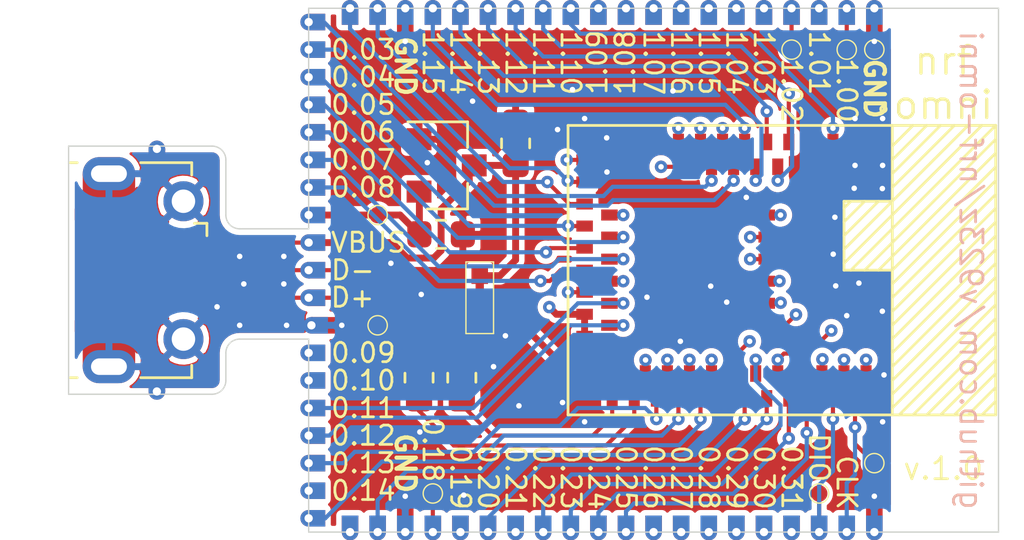
<source format=kicad_pcb>
(kicad_pcb (version 20171130) (host pcbnew 5.1.6-c6e7f7d~86~ubuntu19.10.1)
  (title_block (title "nrf omni") (date 2020-06-06) (rev 1.0) (company "Zoltán Vörös") (comment 1 "The MIT licence"))
  (layers (0 F.Cu signal) (1 In1.Cu signal) (2 In2.Cu signal) (31 B.Cu signal) (34 B.Paste user) (35 F.Paste user) (36 B.SilkS user) (37 F.SilkS user) (38 B.Mask user) (39 F.Mask user) (44 Edge.Cuts user))
  (net 0 "")
  (net 1 GND)
  (net 2 "Net-(R101-Pad1)")
  (net 3 "Net-(R102-Pad2)")
  (net 4 "Net-(U101-Pad31)")
  (net 5 "Net-(TP101-Pad1)")
  (net 6 "Net-(TP102-Pad1)")
  (net 7 "Net-(TP103-Pad1)")
  (net 8 "Net-(TP104-Pad1)")
  (net 9 "Net-(TP105-Pad1)")
  (net 10 "Net-(TP106-Pad1)")
  (net 11 "Net-(TP107-Pad1)")
  (net 12 "Net-(TP108-Pad1)")
  (net 13 "Net-(TP109-Pad1)")
  (net 14 "Net-(TP110-Pad1)")
  (net 15 "Net-(TP111-Pad1)")
  (net 16 "Net-(TP112-Pad1)")
  (net 17 "Net-(TP113-Pad1)")
  (net 18 "Net-(TP114-Pad1)")
  (net 19 "Net-(TP115-Pad1)")
  (net 20 "Net-(TP116-Pad1)")
  (net 21 "Net-(TP117-Pad1)")
  (net 22 "Net-(TP118-Pad1)")
  (net 23 "Net-(TP119-Pad1)")
  (net 24 "Net-(TP120-Pad1)")
  (net 25 "Net-(TP121-Pad1)")
  (net 26 "Net-(TP122-Pad1)")
  (net 27 "Net-(TP123-Pad1)")
  (net 28 "Net-(TP124-Pad1)")
  (net 29 "Net-(TP125-Pad1)")
  (net 30 "Net-(TP126-Pad1)")
  (net 31 "Net-(TP127-Pad1)")
  (net 32 "Net-(TP128-Pad1)")
  (net 33 "Net-(TP129-Pad1)")
  (net 34 "Net-(TP130-Pad1)")
  (net 35 "Net-(TP131-Pad1)")
  (net 36 "Net-(TP132-Pad1)")
  (net 37 "Net-(TP133-Pad1)")
  (net 38 "Net-(TP134-Pad1)")
  (net 39 "Net-(TP135-Pad1)")
  (net 40 "Net-(TP136-Pad1)")
  (net 41 "Net-(TP137-Pad1)")
  (net 42 "Net-(TP138-Pad1)")
  (net 43 "Net-(TP139-Pad1)")
  (net 44 "Net-(TP140-Pad1)")
  (net 45 "Net-(TP141-Pad1)")
  (net 46 "Net-(TP142-Pad1)")
  (net 47 "Net-(TP143-Pad1)")
  (net 48 "Net-(TP144-Pad1)")
  (net 49 "Net-(TP145-Pad1)")
  (net 50 "Net-(TP146-Pad1)")
  (net 51 "Net-(TP147-Pad1)")
  (net 52 "Net-(TP148-Pad1)")
  (net 53 "Net-(J101-Pad3)")
  (net 54 "Net-(J101-Pad4)")
  (net 55 "Net-(J101-Pad2)")
  (net 56 "Net-(TP156-Pad1)")
  (net 57 "Net-(C101-Pad2)")
  (net 58 +3V3)
  (net 59 "Net-(TP159-Pad1)")
  (net 60 "Net-(JP101-Pad2)")
  (module omni:cast-0.6-1.0 (layer F.Cu) (at 120.5 116.5 270)
    (fp_text reference TP152 hide)
    (fp_text value GND hide)
    (pad 1 smd rect (at -0.3 0 270) (size 0.6 0.6) (layers B.Cu B.Mask) (net 1 GND))
    (pad 1 smd rect (at -0.5 0 270) (size 1 0.6) (layers F.Cu F.Mask) (net 1 GND))
    (pad 1 thru_hole circle (at 0 0 270) (size 0.6 0.6) (drill 0.3) (layers *.Cu) (net 1 GND))
  )
  (module omni:cast-0.6 (layer F.Cu) (at 119.5 116.5 270)
    (fp_text reference TP132 hide)
    (fp_text value CLK (at -0.75 0 270 unlocked) (layer F.SilkS) (effects (font (size 0.7 0.7) (thickness 0.1)) (justify right)))
    (pad 1 thru_hole circle (at 0 0 270) (size 0.6 0.6) (drill 0.3) (layers *.Cu) (net 36 "Net-(TP132-Pad1)"))
    (pad 1 smd rect (at -0.3 0 270) (size 0.6 0.6) (layers F.Cu F.Mask) (net 36 "Net-(TP132-Pad1)"))
    (pad 1 smd rect (at -0.3 0 270) (size 0.6 0.6) (layers B.Cu B.Mask) (net 36 "Net-(TP132-Pad1)"))
  )
  (module omni:cast-0.6 (layer F.Cu) (at 118.5 116.5 270)
    (fp_text reference TP134 hide)
    (fp_text value DIO (at -1.75 0 270 unlocked) (layer F.SilkS) (effects (font (size 0.7 0.7) (thickness 0.1)) (justify right)))
    (pad 1 thru_hole circle (at 0 0 270) (size 0.6 0.6) (drill 0.3) (layers *.Cu) (net 38 "Net-(TP134-Pad1)"))
    (pad 1 smd rect (at -0.3 0 270) (size 0.6 0.6) (layers F.Cu F.Mask) (net 38 "Net-(TP134-Pad1)"))
    (pad 1 smd rect (at -0.3 0 270) (size 0.6 0.6) (layers B.Cu B.Mask) (net 38 "Net-(TP134-Pad1)"))
  )
  (module omni:cast-0.6 (layer F.Cu) (at 117.5 116.5 270)
    (fp_text reference TP110 hide)
    (fp_text value 0.31 (at -0.75 0 270 unlocked) (layer F.SilkS) (effects (font (size 0.7 0.7) (thickness 0.1)) (justify right)))
    (pad 1 thru_hole circle (at 0 0 270) (size 0.6 0.6) (drill 0.3) (layers *.Cu) (net 14 "Net-(TP110-Pad1)"))
    (pad 1 smd rect (at -0.3 0 270) (size 0.6 0.6) (layers F.Cu F.Mask) (net 14 "Net-(TP110-Pad1)"))
    (pad 1 smd rect (at -0.3 0 270) (size 0.6 0.6) (layers B.Cu B.Mask) (net 14 "Net-(TP110-Pad1)"))
  )
  (module omni:cast-0.6 (layer F.Cu) (at 116.5 116.5 270)
    (fp_text reference TP112 hide)
    (fp_text value 0.30 (at -0.75 0 270 unlocked) (layer F.SilkS) (effects (font (size 0.7 0.7) (thickness 0.1)) (justify right)))
    (pad 1 thru_hole circle (at 0 0 270) (size 0.6 0.6) (drill 0.3) (layers *.Cu) (net 16 "Net-(TP112-Pad1)"))
    (pad 1 smd rect (at -0.3 0 270) (size 0.6 0.6) (layers F.Cu F.Mask) (net 16 "Net-(TP112-Pad1)"))
    (pad 1 smd rect (at -0.3 0 270) (size 0.6 0.6) (layers B.Cu B.Mask) (net 16 "Net-(TP112-Pad1)"))
  )
  (module omni:cast-0.6 (layer F.Cu) (at 115.5 116.5 270)
    (fp_text reference TP108 hide)
    (fp_text value 0.29 (at -0.75 0 270 unlocked) (layer F.SilkS) (effects (font (size 0.7 0.7) (thickness 0.1)) (justify right)))
    (pad 1 thru_hole circle (at 0 0 270) (size 0.6 0.6) (drill 0.3) (layers *.Cu) (net 12 "Net-(TP108-Pad1)"))
    (pad 1 smd rect (at -0.3 0 270) (size 0.6 0.6) (layers F.Cu F.Mask) (net 12 "Net-(TP108-Pad1)"))
    (pad 1 smd rect (at -0.3 0 270) (size 0.6 0.6) (layers B.Cu B.Mask) (net 12 "Net-(TP108-Pad1)"))
  )
  (module omni:cast-0.6 (layer F.Cu) (at 114.5 116.5 270)
    (fp_text reference TP111 hide)
    (fp_text value 0.28 (at -0.75 0 270 unlocked) (layer F.SilkS) (effects (font (size 0.7 0.7) (thickness 0.1)) (justify right)))
    (pad 1 thru_hole circle (at 0 0 270) (size 0.6 0.6) (drill 0.3) (layers *.Cu) (net 15 "Net-(TP111-Pad1)"))
    (pad 1 smd rect (at -0.3 0 270) (size 0.6 0.6) (layers F.Cu F.Mask) (net 15 "Net-(TP111-Pad1)"))
    (pad 1 smd rect (at -0.3 0 270) (size 0.6 0.6) (layers B.Cu B.Mask) (net 15 "Net-(TP111-Pad1)"))
  )
  (module omni:cast-0.6 (layer F.Cu) (at 113.5 116.5 270)
    (fp_text reference TP113 hide)
    (fp_text value 0.27 (at -0.75 0 270 unlocked) (layer F.SilkS) (effects (font (size 0.7 0.7) (thickness 0.1)) (justify right)))
    (pad 1 thru_hole circle (at 0 0 270) (size 0.6 0.6) (drill 0.3) (layers *.Cu) (net 17 "Net-(TP113-Pad1)"))
    (pad 1 smd rect (at -0.3 0 270) (size 0.6 0.6) (layers F.Cu F.Mask) (net 17 "Net-(TP113-Pad1)"))
    (pad 1 smd rect (at -0.3 0 270) (size 0.6 0.6) (layers B.Cu B.Mask) (net 17 "Net-(TP113-Pad1)"))
  )
  (module omni:cast-0.6 (layer F.Cu) (at 112.5 116.5 270)
    (fp_text reference TP116 hide)
    (fp_text value 0.26 (at -0.75 0 270 unlocked) (layer F.SilkS) (effects (font (size 0.7 0.7) (thickness 0.1)) (justify right)))
    (pad 1 thru_hole circle (at 0 0 270) (size 0.6 0.6) (drill 0.3) (layers *.Cu) (net 20 "Net-(TP116-Pad1)"))
    (pad 1 smd rect (at -0.3 0 270) (size 0.6 0.6) (layers F.Cu F.Mask) (net 20 "Net-(TP116-Pad1)"))
    (pad 1 smd rect (at -0.3 0 270) (size 0.6 0.6) (layers B.Cu B.Mask) (net 20 "Net-(TP116-Pad1)"))
  )
  (module omni:cast-0.6 (layer F.Cu) (at 111.5 116.5 270)
    (fp_text reference TP136 hide)
    (fp_text value 0.25 (at -0.75 0 270 unlocked) (layer F.SilkS) (effects (font (size 0.7 0.7) (thickness 0.1)) (justify right)))
    (pad 1 thru_hole circle (at 0 0 270) (size 0.6 0.6) (drill 0.3) (layers *.Cu) (net 40 "Net-(TP136-Pad1)"))
    (pad 1 smd rect (at -0.3 0 270) (size 0.6 0.6) (layers F.Cu F.Mask) (net 40 "Net-(TP136-Pad1)"))
    (pad 1 smd rect (at -0.3 0 270) (size 0.6 0.6) (layers B.Cu B.Mask) (net 40 "Net-(TP136-Pad1)"))
  )
  (module omni:cast-0.6 (layer F.Cu) (at 110.5 116.5 270)
    (fp_text reference TP137 hide)
    (fp_text value 0.24 (at -0.75 0 270 unlocked) (layer F.SilkS) (effects (font (size 0.7 0.7) (thickness 0.1)) (justify right)))
    (pad 1 thru_hole circle (at 0 0 270) (size 0.6 0.6) (drill 0.3) (layers *.Cu) (net 41 "Net-(TP137-Pad1)"))
    (pad 1 smd rect (at -0.3 0 270) (size 0.6 0.6) (layers F.Cu F.Mask) (net 41 "Net-(TP137-Pad1)"))
    (pad 1 smd rect (at -0.3 0 270) (size 0.6 0.6) (layers B.Cu B.Mask) (net 41 "Net-(TP137-Pad1)"))
  )
  (module omni:cast-0.6 (layer F.Cu) (at 109.5 116.5 270)
    (fp_text reference TP140 hide)
    (fp_text value 0.23 (at -0.75 0 270 unlocked) (layer F.SilkS) (effects (font (size 0.7 0.7) (thickness 0.1)) (justify right)))
    (pad 1 thru_hole circle (at 0 0 270) (size 0.6 0.6) (drill 0.3) (layers *.Cu) (net 44 "Net-(TP140-Pad1)"))
    (pad 1 smd rect (at -0.3 0 270) (size 0.6 0.6) (layers F.Cu F.Mask) (net 44 "Net-(TP140-Pad1)"))
    (pad 1 smd rect (at -0.3 0 270) (size 0.6 0.6) (layers B.Cu B.Mask) (net 44 "Net-(TP140-Pad1)"))
  )
  (module omni:cast-0.6 (layer F.Cu) (at 108.5 116.5 270)
    (fp_text reference TP139 hide)
    (fp_text value 0.22 (at -0.75 0 270 unlocked) (layer F.SilkS) (effects (font (size 0.7 0.7) (thickness 0.1)) (justify right)))
    (pad 1 thru_hole circle (at 0 0 270) (size 0.6 0.6) (drill 0.3) (layers *.Cu) (net 43 "Net-(TP139-Pad1)"))
    (pad 1 smd rect (at -0.3 0 270) (size 0.6 0.6) (layers F.Cu F.Mask) (net 43 "Net-(TP139-Pad1)"))
    (pad 1 smd rect (at -0.3 0 270) (size 0.6 0.6) (layers B.Cu B.Mask) (net 43 "Net-(TP139-Pad1)"))
  )
  (module omni:cast-0.6 (layer F.Cu) (at 107.5 116.5 270)
    (fp_text reference TP142 hide)
    (fp_text value 0.21 (at -0.75 0 270 unlocked) (layer F.SilkS) (effects (font (size 0.7 0.7) (thickness 0.1)) (justify right)))
    (pad 1 thru_hole circle (at 0 0 270) (size 0.6 0.6) (drill 0.3) (layers *.Cu) (net 46 "Net-(TP142-Pad1)"))
    (pad 1 smd rect (at -0.3 0 270) (size 0.6 0.6) (layers F.Cu F.Mask) (net 46 "Net-(TP142-Pad1)"))
    (pad 1 smd rect (at -0.3 0 270) (size 0.6 0.6) (layers B.Cu B.Mask) (net 46 "Net-(TP142-Pad1)"))
  )
  (module omni:cast-0.6 (layer F.Cu) (at 106.5 116.5 270)
    (fp_text reference TP141 hide)
    (fp_text value 0.20 (at -0.75 0 270 unlocked) (layer F.SilkS) (effects (font (size 0.7 0.7) (thickness 0.1)) (justify right)))
    (pad 1 thru_hole circle (at 0 0 270) (size 0.6 0.6) (drill 0.3) (layers *.Cu) (net 45 "Net-(TP141-Pad1)"))
    (pad 1 smd rect (at -0.3 0 270) (size 0.6 0.6) (layers F.Cu F.Mask) (net 45 "Net-(TP141-Pad1)"))
    (pad 1 smd rect (at -0.3 0 270) (size 0.6 0.6) (layers B.Cu B.Mask) (net 45 "Net-(TP141-Pad1)"))
  )
  (module omni:cast-0.6 (layer F.Cu) (at 105.5 116.5 270)
    (fp_text reference TP143 hide)
    (fp_text value 0.19 (at -0.75 0 270 unlocked) (layer F.SilkS) (effects (font (size 0.7 0.7) (thickness 0.1)) (justify right)))
    (pad 1 thru_hole circle (at 0 0 270) (size 0.6 0.6) (drill 0.3) (layers *.Cu) (net 47 "Net-(TP143-Pad1)"))
    (pad 1 smd rect (at -0.3 0 270) (size 0.6 0.6) (layers F.Cu F.Mask) (net 47 "Net-(TP143-Pad1)"))
    (pad 1 smd rect (at -0.3 0 270) (size 0.6 0.6) (layers B.Cu B.Mask) (net 47 "Net-(TP143-Pad1)"))
  )
  (module omni:cast-0.6 (layer F.Cu) (at 104.5 116.5 270)
    (fp_text reference TP159 hide)
    (fp_text value 0.18 (at -1.75 0 270 unlocked) (layer F.SilkS) (effects (font (size 0.7 0.7) (thickness 0.1)) (justify right)))
    (pad 1 thru_hole circle (at 0 0 270) (size 0.6 0.6) (drill 0.3) (layers *.Cu) (net 59 "Net-(TP159-Pad1)"))
    (pad 1 smd rect (at -0.3 0 270) (size 0.6 0.6) (layers F.Cu F.Mask) (net 59 "Net-(TP159-Pad1)"))
    (pad 1 smd rect (at -0.3 0 270) (size 0.6 0.6) (layers B.Cu B.Mask) (net 59 "Net-(TP159-Pad1)"))
  )
  (module omni:cast-0.6-1.0 (layer F.Cu) (at 103.5 116.5 270)
    (fp_text reference TP151 hide)
    (fp_text value GND (at -2.5 0 270 unlocked) (layer F.SilkS) (effects (font (size 0.7 0.7))))
    (pad 1 smd rect (at -0.3 0 270) (size 0.6 0.6) (layers B.Cu B.Mask) (net 1 GND))
    (pad 1 smd rect (at -0.5 0 270) (size 1 0.6) (layers F.Cu F.Mask) (net 1 GND))
    (pad 1 thru_hole circle (at 0 0 270) (size 0.6 0.6) (drill 0.3) (layers *.Cu) (net 1 GND))
  )
  (module omni:cast-0.6 (layer F.Cu) (at 102.5 116.5 270)
    (fp_text reference TP144 hide)
    (fp_text value 0.17 hide)
    (pad 1 thru_hole circle (at 0 0 270) (size 0.6 0.6) (drill 0.3) (layers *.Cu) (net 48 "Net-(TP144-Pad1)"))
    (pad 1 smd rect (at -0.3 0 270) (size 0.6 0.6) (layers F.Cu F.Mask) (net 48 "Net-(TP144-Pad1)"))
    (pad 1 smd rect (at -0.3 0 270) (size 0.6 0.6) (layers B.Cu B.Mask) (net 48 "Net-(TP144-Pad1)"))
  )
  (module omni:cast-0.6 (layer F.Cu) (at 101.5 116.5 270)
    (fp_text reference TP146 hide)
    (fp_text value 0.16 hide)
    (pad 1 thru_hole circle (at 0 0 270) (size 0.6 0.6) (drill 0.3) (layers *.Cu) (net 50 "Net-(TP146-Pad1)"))
    (pad 1 smd rect (at -0.3 0 270) (size 0.6 0.6) (layers F.Cu F.Mask) (net 50 "Net-(TP146-Pad1)"))
    (pad 1 smd rect (at -0.3 0 270) (size 0.6 0.6) (layers B.Cu B.Mask) (net 50 "Net-(TP146-Pad1)"))
  )
  (module omni:cast-0.6 (layer F.Cu) (at 100 116 180)
    (fp_text reference TP145 hide)
    (fp_text value 0.15 hide)
    (pad 1 thru_hole circle (at 0 0 180) (size 0.6 0.6) (drill 0.3) (layers *.Cu) (net 49 "Net-(TP145-Pad1)"))
    (pad 1 smd rect (at -0.3 0 180) (size 0.6 0.6) (layers F.Cu F.Mask) (net 49 "Net-(TP145-Pad1)"))
    (pad 1 smd rect (at -0.3 0 180) (size 0.6 0.6) (layers B.Cu B.Mask) (net 49 "Net-(TP145-Pad1)"))
  )
  (module omni:cast-0.6 (layer F.Cu) (at 100 115 180)
    (fp_text reference TP148 hide)
    (fp_text value 0.14 (at -0.75 0) (layer F.SilkS) (effects (font (size 0.7 0.7) (thickness 0.1)) (justify left)))
    (pad 1 thru_hole circle (at 0 0 180) (size 0.6 0.6) (drill 0.3) (layers *.Cu) (net 52 "Net-(TP148-Pad1)"))
    (pad 1 smd rect (at -0.3 0 180) (size 0.6 0.6) (layers F.Cu F.Mask) (net 52 "Net-(TP148-Pad1)"))
    (pad 1 smd rect (at -0.3 0 180) (size 0.6 0.6) (layers B.Cu B.Mask) (net 52 "Net-(TP148-Pad1)"))
  )
  (module omni:cast-0.6 (layer F.Cu) (at 100 114 180)
    (fp_text reference TP147 hide)
    (fp_text value 0.13 (at -0.75 0) (layer F.SilkS) (effects (font (size 0.7 0.7) (thickness 0.1)) (justify left)))
    (pad 1 thru_hole circle (at 0 0 180) (size 0.6 0.6) (drill 0.3) (layers *.Cu) (net 51 "Net-(TP147-Pad1)"))
    (pad 1 smd rect (at -0.3 0 180) (size 0.6 0.6) (layers F.Cu F.Mask) (net 51 "Net-(TP147-Pad1)"))
    (pad 1 smd rect (at -0.3 0 180) (size 0.6 0.6) (layers B.Cu B.Mask) (net 51 "Net-(TP147-Pad1)"))
  )
  (module omni:cast-0.6 (layer F.Cu) (at 100 113 180)
    (fp_text reference TP156 hide)
    (fp_text value 0.12 (at -0.75 0) (layer F.SilkS) (effects (font (size 0.7 0.7) (thickness 0.1)) (justify left)))
    (pad 1 thru_hole circle (at 0 0 180) (size 0.6 0.6) (drill 0.3) (layers *.Cu) (net 56 "Net-(TP156-Pad1)"))
    (pad 1 smd rect (at -0.3 0 180) (size 0.6 0.6) (layers F.Cu F.Mask) (net 56 "Net-(TP156-Pad1)"))
    (pad 1 smd rect (at -0.3 0 180) (size 0.6 0.6) (layers B.Cu B.Mask) (net 56 "Net-(TP156-Pad1)"))
  )
  (module omni:cast-0.6 (layer F.Cu) (at 100 112 180)
    (fp_text reference TP124 hide)
    (fp_text value 0.11 (at -0.75 0) (layer F.SilkS) (effects (font (size 0.7 0.7) (thickness 0.1)) (justify left)))
    (pad 1 thru_hole circle (at 0 0 180) (size 0.6 0.6) (drill 0.3) (layers *.Cu) (net 28 "Net-(TP124-Pad1)"))
    (pad 1 smd rect (at -0.3 0 180) (size 0.6 0.6) (layers F.Cu F.Mask) (net 28 "Net-(TP124-Pad1)"))
    (pad 1 smd rect (at -0.3 0 180) (size 0.6 0.6) (layers B.Cu B.Mask) (net 28 "Net-(TP124-Pad1)"))
  )
  (module omni:cast-0.6 (layer F.Cu) (at 100 111 180)
    (fp_text reference TP131 hide)
    (fp_text value 0.10 (at -0.75 0) (layer F.SilkS) (effects (font (size 0.7 0.7) (thickness 0.1)) (justify left)))
    (pad 1 thru_hole circle (at 0 0 180) (size 0.6 0.6) (drill 0.3) (layers *.Cu) (net 35 "Net-(TP131-Pad1)"))
    (pad 1 smd rect (at -0.3 0 180) (size 0.6 0.6) (layers F.Cu F.Mask) (net 35 "Net-(TP131-Pad1)"))
    (pad 1 smd rect (at -0.3 0 180) (size 0.6 0.6) (layers B.Cu B.Mask) (net 35 "Net-(TP131-Pad1)"))
  )
  (module omni:cast-0.6 (layer F.Cu) (at 100 110 180)
    (fp_text reference TP133 hide)
    (fp_text value 0.09 (at -0.75 0) (layer F.SilkS) (effects (font (size 0.7 0.7) (thickness 0.1)) (justify left)))
    (pad 1 thru_hole circle (at 0 0 180) (size 0.6 0.6) (drill 0.3) (layers *.Cu) (net 37 "Net-(TP133-Pad1)"))
    (pad 1 smd rect (at -0.3 0 180) (size 0.6 0.6) (layers F.Cu F.Mask) (net 37 "Net-(TP133-Pad1)"))
    (pad 1 smd rect (at -0.3 0 180) (size 0.6 0.6) (layers B.Cu B.Mask) (net 37 "Net-(TP133-Pad1)"))
  )
  (module omni:cast-0.6-1.0 (layer F.Cu) (at 100.1 109 180)
    (fp_text reference TP157 hide)
    (fp_text value GND hide)
    (pad 1 smd rect (at -0.3 0 180) (size 0.6 0.6) (layers B.Cu B.Mask) (net 1 GND))
    (pad 1 smd rect (at -0.5 0 180) (size 1 0.6) (layers F.Cu F.Mask) (net 1 GND))
    (pad 1 thru_hole circle (at 0 0 180) (size 0.6 0.6) (drill 0.3) (layers *.Cu) (net 1 GND))
  )
  (module omni:cast-0.6 (layer F.Cu) (at 100 108 180)
    (fp_text reference TP153 hide)
    (fp_text value D+ (at -1.59 0.01) (layer F.SilkS) (effects (font (size 0.7 0.7) (thickness 0.1))))
    (pad 1 thru_hole circle (at 0 0 180) (size 0.6 0.6) (drill 0.3) (layers *.Cu) (net 53 "Net-(J101-Pad3)"))
    (pad 1 smd rect (at -0.3 0 180) (size 0.6 0.6) (layers F.Cu F.Mask) (net 53 "Net-(J101-Pad3)"))
    (pad 1 smd rect (at -0.3 0 180) (size 0.6 0.6) (layers B.Cu B.Mask) (net 53 "Net-(J101-Pad3)"))
  )
  (module omni:cast-0.6 (layer F.Cu) (at 100 107 180)
    (fp_text reference TP154 hide)
    (fp_text value D- (at -0.75 0) (layer F.SilkS) (effects (font (size 0.7 0.7) (thickness 0.1)) (justify left)))
    (pad 1 thru_hole circle (at 0 0 180) (size 0.6 0.6) (drill 0.3) (layers *.Cu) (net 55 "Net-(J101-Pad2)"))
    (pad 1 smd rect (at -0.3 0 180) (size 0.6 0.6) (layers F.Cu F.Mask) (net 55 "Net-(J101-Pad2)"))
    (pad 1 smd rect (at -0.3 0 180) (size 0.6 0.6) (layers B.Cu B.Mask) (net 55 "Net-(J101-Pad2)"))
  )
  (module omni:cast-0.6 (layer F.Cu) (at 100 106 180)
    (fp_text reference TP155 hide)
    (fp_text value VBUS (at -0.75 0) (layer F.SilkS) (effects (font (size 0.7 0.7) (thickness 0.1)) (justify left)))
    (pad 1 thru_hole circle (at 0 0 180) (size 0.6 0.6) (drill 0.3) (layers *.Cu) (net 57 "Net-(C101-Pad2)"))
    (pad 1 smd rect (at -0.3 0 180) (size 0.6 0.6) (layers F.Cu F.Mask) (net 57 "Net-(C101-Pad2)"))
    (pad 1 smd rect (at -0.3 0 180) (size 0.6 0.6) (layers B.Cu B.Mask) (net 57 "Net-(C101-Pad2)"))
  )
  (module omni:cast-0.6 (layer F.Cu) (at 100 105 180)
    (fp_text reference TP158 hide)
    (fp_text value 3V3 hide)
    (pad 1 thru_hole circle (at 0 0 180) (size 0.6 0.6) (drill 0.3) (layers *.Cu) (net 58 +3V3))
    (pad 1 smd rect (at -0.3 0 180) (size 0.6 0.6) (layers F.Cu F.Mask) (net 58 +3V3))
    (pad 1 smd rect (at -0.3 0 180) (size 0.6 0.6) (layers B.Cu B.Mask) (net 58 +3V3))
  )
  (module omni:cast-0.6 (layer F.Cu) (at 100 104 180)
    (fp_text reference TP121 hide)
    (fp_text value 0.08 (at -0.75 0) (layer F.SilkS) (effects (font (size 0.7 0.7) (thickness 0.1)) (justify left)))
    (pad 1 thru_hole circle (at 0 0 180) (size 0.6 0.6) (drill 0.3) (layers *.Cu) (net 25 "Net-(TP121-Pad1)"))
    (pad 1 smd rect (at -0.3 0 180) (size 0.6 0.6) (layers F.Cu F.Mask) (net 25 "Net-(TP121-Pad1)"))
    (pad 1 smd rect (at -0.3 0 180) (size 0.6 0.6) (layers B.Cu B.Mask) (net 25 "Net-(TP121-Pad1)"))
  )
  (module omni:cast-0.6 (layer F.Cu) (at 100 103 180)
    (fp_text reference TP120 hide)
    (fp_text value 0.07 (at -0.75 0) (layer F.SilkS) (effects (font (size 0.7 0.7) (thickness 0.1)) (justify left)))
    (pad 1 thru_hole circle (at 0 0 180) (size 0.6 0.6) (drill 0.3) (layers *.Cu) (net 24 "Net-(TP120-Pad1)"))
    (pad 1 smd rect (at -0.3 0 180) (size 0.6 0.6) (layers F.Cu F.Mask) (net 24 "Net-(TP120-Pad1)"))
    (pad 1 smd rect (at -0.3 0 180) (size 0.6 0.6) (layers B.Cu B.Mask) (net 24 "Net-(TP120-Pad1)"))
  )
  (module omni:cast-0.6 (layer F.Cu) (at 100 102 180)
    (fp_text reference TP119 hide)
    (fp_text value 0.06 (at -0.75 0) (layer F.SilkS) (effects (font (size 0.7 0.7) (thickness 0.1)) (justify left)))
    (pad 1 thru_hole circle (at 0 0 180) (size 0.6 0.6) (drill 0.3) (layers *.Cu) (net 23 "Net-(TP119-Pad1)"))
    (pad 1 smd rect (at -0.3 0 180) (size 0.6 0.6) (layers F.Cu F.Mask) (net 23 "Net-(TP119-Pad1)"))
    (pad 1 smd rect (at -0.3 0 180) (size 0.6 0.6) (layers B.Cu B.Mask) (net 23 "Net-(TP119-Pad1)"))
  )
  (module omni:cast-0.6 (layer F.Cu) (at 100 101 180)
    (fp_text reference TP118 hide)
    (fp_text value 0.05 (at -0.75 0) (layer F.SilkS) (effects (font (size 0.7 0.7) (thickness 0.1)) (justify left)))
    (pad 1 thru_hole circle (at 0 0 180) (size 0.6 0.6) (drill 0.3) (layers *.Cu) (net 22 "Net-(TP118-Pad1)"))
    (pad 1 smd rect (at -0.3 0 180) (size 0.6 0.6) (layers F.Cu F.Mask) (net 22 "Net-(TP118-Pad1)"))
    (pad 1 smd rect (at -0.3 0 180) (size 0.6 0.6) (layers B.Cu B.Mask) (net 22 "Net-(TP118-Pad1)"))
  )
  (module omni:cast-0.6 (layer F.Cu) (at 100 100 180)
    (fp_text reference TP117 hide)
    (fp_text value 0.04 (at -0.75 0) (layer F.SilkS) (effects (font (size 0.7 0.7) (thickness 0.1)) (justify left)))
    (pad 1 thru_hole circle (at 0 0 180) (size 0.6 0.6) (drill 0.3) (layers *.Cu) (net 21 "Net-(TP117-Pad1)"))
    (pad 1 smd rect (at -0.3 0 180) (size 0.6 0.6) (layers F.Cu F.Mask) (net 21 "Net-(TP117-Pad1)"))
    (pad 1 smd rect (at -0.3 0 180) (size 0.6 0.6) (layers B.Cu B.Mask) (net 21 "Net-(TP117-Pad1)"))
  )
  (module omni:cast-0.6 (layer F.Cu) (at 100 99 180)
    (fp_text reference TP107 hide)
    (fp_text value 0.03 (at -0.75 0) (layer F.SilkS) (effects (font (size 0.7 0.7) (thickness 0.1)) (justify left)))
    (pad 1 thru_hole circle (at 0 0 180) (size 0.6 0.6) (drill 0.3) (layers *.Cu) (net 11 "Net-(TP107-Pad1)"))
    (pad 1 smd rect (at -0.3 0 180) (size 0.6 0.6) (layers F.Cu F.Mask) (net 11 "Net-(TP107-Pad1)"))
    (pad 1 smd rect (at -0.3 0 180) (size 0.6 0.6) (layers B.Cu B.Mask) (net 11 "Net-(TP107-Pad1)"))
  )
  (module omni:cast-0.6 (layer F.Cu) (at 100 98 180)
    (fp_text reference TP109 hide)
    (fp_text value 0.02 hide)
    (pad 1 thru_hole circle (at 0 0 180) (size 0.6 0.6) (drill 0.3) (layers *.Cu) (net 13 "Net-(TP109-Pad1)"))
    (pad 1 smd rect (at -0.3 0 180) (size 0.6 0.6) (layers F.Cu F.Mask) (net 13 "Net-(TP109-Pad1)"))
    (pad 1 smd rect (at -0.3 0 180) (size 0.6 0.6) (layers B.Cu B.Mask) (net 13 "Net-(TP109-Pad1)"))
  )
  (module omni:cast-0.6 (layer F.Cu) (at 101.5 97.5 90)
    (fp_text reference TP115 hide)
    (fp_text value 0.01 hide)
    (pad 1 thru_hole circle (at 0 0 90) (size 0.6 0.6) (drill 0.3) (layers *.Cu) (net 19 "Net-(TP115-Pad1)"))
    (pad 1 smd rect (at -0.3 0 90) (size 0.6 0.6) (layers F.Cu F.Mask) (net 19 "Net-(TP115-Pad1)"))
    (pad 1 smd rect (at -0.3 0 90) (size 0.6 0.6) (layers B.Cu B.Mask) (net 19 "Net-(TP115-Pad1)"))
  )
  (module omni:cast-0.6 (layer F.Cu) (at 102.5 97.5 90)
    (fp_text reference TP114 hide)
    (fp_text value 0.00 hide)
    (pad 1 thru_hole circle (at 0 0 90) (size 0.6 0.6) (drill 0.3) (layers *.Cu) (net 18 "Net-(TP114-Pad1)"))
    (pad 1 smd rect (at -0.3 0 90) (size 0.6 0.6) (layers F.Cu F.Mask) (net 18 "Net-(TP114-Pad1)"))
    (pad 1 smd rect (at -0.3 0 90) (size 0.6 0.6) (layers B.Cu B.Mask) (net 18 "Net-(TP114-Pad1)"))
  )
  (module omni:cast-0.6-1.0 (layer F.Cu) (at 103.5 97.5 90)
    (fp_text reference TP150 hide)
    (fp_text value GND (at -2.1 0 270 unlocked) (layer F.SilkS) (effects (font (size 0.7 0.7))))
    (pad 1 smd rect (at -0.3 0 90) (size 0.6 0.6) (layers B.Cu B.Mask) (net 1 GND))
    (pad 1 smd rect (at -0.5 0 90) (size 1 0.6) (layers F.Cu F.Mask) (net 1 GND))
    (pad 1 thru_hole circle (at 0 0 90) (size 0.6 0.6) (drill 0.3) (layers *.Cu) (net 1 GND))
  )
  (module omni:cast-0.6 (layer F.Cu) (at 104.5 97.5 90)
    (fp_text reference TP106 hide)
    (fp_text value 1.15 (at -0.75 0 270 unlocked) (layer F.SilkS) (effects (font (size 0.7 0.7) (thickness 0.1)) (justify left)))
    (pad 1 thru_hole circle (at 0 0 90) (size 0.6 0.6) (drill 0.3) (layers *.Cu) (net 10 "Net-(TP106-Pad1)"))
    (pad 1 smd rect (at -0.3 0 90) (size 0.6 0.6) (layers F.Cu F.Mask) (net 10 "Net-(TP106-Pad1)"))
    (pad 1 smd rect (at -0.3 0 90) (size 0.6 0.6) (layers B.Cu B.Mask) (net 10 "Net-(TP106-Pad1)"))
  )
  (module omni:cast-0.6 (layer F.Cu) (at 105.5 97.5 90)
    (fp_text reference TP105 hide)
    (fp_text value 1.14 (at -0.75 0 270 unlocked) (layer F.SilkS) (effects (font (size 0.7 0.7) (thickness 0.1)) (justify left)))
    (pad 1 thru_hole circle (at 0 0 90) (size 0.6 0.6) (drill 0.3) (layers *.Cu) (net 9 "Net-(TP105-Pad1)"))
    (pad 1 smd rect (at -0.3 0 90) (size 0.6 0.6) (layers F.Cu F.Mask) (net 9 "Net-(TP105-Pad1)"))
    (pad 1 smd rect (at -0.3 0 90) (size 0.6 0.6) (layers B.Cu B.Mask) (net 9 "Net-(TP105-Pad1)"))
  )
  (module omni:cast-0.6 (layer F.Cu) (at 106.5 97.5 90)
    (fp_text reference TP104 hide)
    (fp_text value 1.13 (at -0.75 0 270 unlocked) (layer F.SilkS) (effects (font (size 0.7 0.7) (thickness 0.1)) (justify left)))
    (pad 1 thru_hole circle (at 0 0 90) (size 0.6 0.6) (drill 0.3) (layers *.Cu) (net 8 "Net-(TP104-Pad1)"))
    (pad 1 smd rect (at -0.3 0 90) (size 0.6 0.6) (layers F.Cu F.Mask) (net 8 "Net-(TP104-Pad1)"))
    (pad 1 smd rect (at -0.3 0 90) (size 0.6 0.6) (layers B.Cu B.Mask) (net 8 "Net-(TP104-Pad1)"))
  )
  (module omni:cast-0.6 (layer F.Cu) (at 107.5 97.5 90)
    (fp_text reference TP103 hide)
    (fp_text value 1.12 (at -0.75 0 270 unlocked) (layer F.SilkS) (effects (font (size 0.7 0.7) (thickness 0.1)) (justify left)))
    (pad 1 thru_hole circle (at 0 0 90) (size 0.6 0.6) (drill 0.3) (layers *.Cu) (net 7 "Net-(TP103-Pad1)"))
    (pad 1 smd rect (at -0.3 0 90) (size 0.6 0.6) (layers F.Cu F.Mask) (net 7 "Net-(TP103-Pad1)"))
    (pad 1 smd rect (at -0.3 0 90) (size 0.6 0.6) (layers B.Cu B.Mask) (net 7 "Net-(TP103-Pad1)"))
  )
  (module omni:cast-0.6 (layer F.Cu) (at 108.5 97.5 90)
    (fp_text reference TP102 hide)
    (fp_text value 1.11 (at -0.75 0 270 unlocked) (layer F.SilkS) (effects (font (size 0.7 0.7) (thickness 0.1)) (justify left)))
    (pad 1 thru_hole circle (at 0 0 90) (size 0.6 0.6) (drill 0.3) (layers *.Cu) (net 6 "Net-(TP102-Pad1)"))
    (pad 1 smd rect (at -0.3 0 90) (size 0.6 0.6) (layers F.Cu F.Mask) (net 6 "Net-(TP102-Pad1)"))
    (pad 1 smd rect (at -0.3 0 90) (size 0.6 0.6) (layers B.Cu B.Mask) (net 6 "Net-(TP102-Pad1)"))
  )
  (module omni:cast-0.6 (layer F.Cu) (at 109.5 97.5 90)
    (fp_text reference TP101 hide)
    (fp_text value 1.10 (at -0.75 0 270 unlocked) (layer F.SilkS) (effects (font (size 0.7 0.7) (thickness 0.1)) (justify left)))
    (pad 1 thru_hole circle (at 0 0 90) (size 0.6 0.6) (drill 0.3) (layers *.Cu) (net 5 "Net-(TP101-Pad1)"))
    (pad 1 smd rect (at -0.3 0 90) (size 0.6 0.6) (layers F.Cu F.Mask) (net 5 "Net-(TP101-Pad1)"))
    (pad 1 smd rect (at -0.3 0 90) (size 0.6 0.6) (layers B.Cu B.Mask) (net 5 "Net-(TP101-Pad1)"))
  )
  (module omni:cast-0.6 (layer F.Cu) (at 110.5 97.5 90)
    (fp_text reference TP123 hide)
    (fp_text value 1.09 (at -1.96 -0.04 -90) (layer F.SilkS) (effects (font (size 0.7 0.7) (thickness 0.1))))
    (pad 1 thru_hole circle (at 0 0 90) (size 0.6 0.6) (drill 0.3) (layers *.Cu) (net 27 "Net-(TP123-Pad1)"))
    (pad 1 smd rect (at -0.3 0 90) (size 0.6 0.6) (layers F.Cu F.Mask) (net 27 "Net-(TP123-Pad1)"))
    (pad 1 smd rect (at -0.3 0 90) (size 0.6 0.6) (layers B.Cu B.Mask) (net 27 "Net-(TP123-Pad1)"))
  )
  (module omni:cast-0.6 (layer F.Cu) (at 111.5 97.5 90)
    (fp_text reference TP122 hide)
    (fp_text value 1.08 (at -1.97 -0.03 -90) (layer F.SilkS) (effects (font (size 0.7 0.7) (thickness 0.1))))
    (pad 1 thru_hole circle (at 0 0 90) (size 0.6 0.6) (drill 0.3) (layers *.Cu) (net 26 "Net-(TP122-Pad1)"))
    (pad 1 smd rect (at -0.3 0 90) (size 0.6 0.6) (layers F.Cu F.Mask) (net 26 "Net-(TP122-Pad1)"))
    (pad 1 smd rect (at -0.3 0 90) (size 0.6 0.6) (layers B.Cu B.Mask) (net 26 "Net-(TP122-Pad1)"))
  )
  (module omni:cast-0.6 (layer F.Cu) (at 112.5 97.5 90)
    (fp_text reference TP128 hide)
    (fp_text value 1.07 (at -0.75 0 270 unlocked) (layer F.SilkS) (effects (font (size 0.7 0.7) (thickness 0.1)) (justify left)))
    (pad 1 thru_hole circle (at 0 0 90) (size 0.6 0.6) (drill 0.3) (layers *.Cu) (net 32 "Net-(TP128-Pad1)"))
    (pad 1 smd rect (at -0.3 0 90) (size 0.6 0.6) (layers F.Cu F.Mask) (net 32 "Net-(TP128-Pad1)"))
    (pad 1 smd rect (at -0.3 0 90) (size 0.6 0.6) (layers B.Cu B.Mask) (net 32 "Net-(TP128-Pad1)"))
  )
  (module omni:cast-0.6 (layer F.Cu) (at 113.5 97.5 90)
    (fp_text reference TP129 hide)
    (fp_text value 1.06 (at -0.75 0 270 unlocked) (layer F.SilkS) (effects (font (size 0.7 0.7) (thickness 0.1)) (justify left)))
    (pad 1 thru_hole circle (at 0 0 90) (size 0.6 0.6) (drill 0.3) (layers *.Cu) (net 33 "Net-(TP129-Pad1)"))
    (pad 1 smd rect (at -0.3 0 90) (size 0.6 0.6) (layers F.Cu F.Mask) (net 33 "Net-(TP129-Pad1)"))
    (pad 1 smd rect (at -0.3 0 90) (size 0.6 0.6) (layers B.Cu B.Mask) (net 33 "Net-(TP129-Pad1)"))
  )
  (module omni:cast-0.6 (layer F.Cu) (at 114.5 97.5 90)
    (fp_text reference TP127 hide)
    (fp_text value 1.05 (at -0.75 0 270 unlocked) (layer F.SilkS) (effects (font (size 0.7 0.7) (thickness 0.1)) (justify left)))
    (pad 1 thru_hole circle (at 0 0 90) (size 0.6 0.6) (drill 0.3) (layers *.Cu) (net 31 "Net-(TP127-Pad1)"))
    (pad 1 smd rect (at -0.3 0 90) (size 0.6 0.6) (layers F.Cu F.Mask) (net 31 "Net-(TP127-Pad1)"))
    (pad 1 smd rect (at -0.3 0 90) (size 0.6 0.6) (layers B.Cu B.Mask) (net 31 "Net-(TP127-Pad1)"))
  )
  (module omni:cast-0.6 (layer F.Cu) (at 115.5 97.5 90)
    (fp_text reference TP130 hide)
    (fp_text value 1.04 (at -0.75 0 270 unlocked) (layer F.SilkS) (effects (font (size 0.7 0.7) (thickness 0.1)) (justify left)))
    (pad 1 thru_hole circle (at 0 0 90) (size 0.6 0.6) (drill 0.3) (layers *.Cu) (net 34 "Net-(TP130-Pad1)"))
    (pad 1 smd rect (at -0.3 0 90) (size 0.6 0.6) (layers F.Cu F.Mask) (net 34 "Net-(TP130-Pad1)"))
    (pad 1 smd rect (at -0.3 0 90) (size 0.6 0.6) (layers B.Cu B.Mask) (net 34 "Net-(TP130-Pad1)"))
  )
  (module omni:cast-0.6 (layer F.Cu) (at 116.5 97.5 90)
    (fp_text reference TP126 hide)
    (fp_text value 1.03 (at -0.75 0 270 unlocked) (layer F.SilkS) (effects (font (size 0.7 0.7) (thickness 0.1)) (justify left)))
    (pad 1 thru_hole circle (at 0 0 90) (size 0.6 0.6) (drill 0.3) (layers *.Cu) (net 30 "Net-(TP126-Pad1)"))
    (pad 1 smd rect (at -0.3 0 90) (size 0.6 0.6) (layers F.Cu F.Mask) (net 30 "Net-(TP126-Pad1)"))
    (pad 1 smd rect (at -0.3 0 90) (size 0.6 0.6) (layers B.Cu B.Mask) (net 30 "Net-(TP126-Pad1)"))
  )
  (module omni:cast-0.6 (layer F.Cu) (at 117.5 97.5 90)
    (fp_text reference TP135 hide)
    (fp_text value 1.02 (at -1.75 0 270 unlocked) (layer F.SilkS) (effects (font (size 0.7 0.7) (thickness 0.1)) (justify left)))
    (pad 1 thru_hole circle (at 0 0 90) (size 0.6 0.6) (drill 0.3) (layers *.Cu) (net 39 "Net-(TP135-Pad1)"))
    (pad 1 smd rect (at -0.3 0 90) (size 0.6 0.6) (layers F.Cu F.Mask) (net 39 "Net-(TP135-Pad1)"))
    (pad 1 smd rect (at -0.3 0 90) (size 0.6 0.6) (layers B.Cu B.Mask) (net 39 "Net-(TP135-Pad1)"))
  )
  (module omni:cast-0.6 (layer F.Cu) (at 118.5 97.5 90)
    (fp_text reference TP125 hide)
    (fp_text value 1.01 (at -0.75 0 270 unlocked) (layer F.SilkS) (effects (font (size 0.7 0.7) (thickness 0.1)) (justify left)))
    (pad 1 thru_hole circle (at 0 0 90) (size 0.6 0.6) (drill 0.3) (layers *.Cu) (net 29 "Net-(TP125-Pad1)"))
    (pad 1 smd rect (at -0.3 0 90) (size 0.6 0.6) (layers F.Cu F.Mask) (net 29 "Net-(TP125-Pad1)"))
    (pad 1 smd rect (at -0.3 0 90) (size 0.6 0.6) (layers B.Cu B.Mask) (net 29 "Net-(TP125-Pad1)"))
  )
  (module omni:cast-0.6 (layer F.Cu) (at 119.5 97.5 90)
    (fp_text reference TP138 hide)
    (fp_text value 1.00 (at -1.75 0 270 unlocked) (layer F.SilkS) (effects (font (size 0.7 0.7) (thickness 0.1)) (justify left)))
    (pad 1 thru_hole circle (at 0 0 90) (size 0.6 0.6) (drill 0.3) (layers *.Cu) (net 42 "Net-(TP138-Pad1)"))
    (pad 1 smd rect (at -0.3 0 90) (size 0.6 0.6) (layers F.Cu F.Mask) (net 42 "Net-(TP138-Pad1)"))
    (pad 1 smd rect (at -0.3 0 90) (size 0.6 0.6) (layers B.Cu B.Mask) (net 42 "Net-(TP138-Pad1)"))
  )
  (module omni:cast-0.6-1.0 (layer F.Cu) (at 120.5 97.5 90)
    (fp_text reference TP149 hide)
    (fp_text value GND (at -1.75 0 270 unlocked) (layer F.SilkS) (effects (font (size 0.7 0.7)) (justify left)))
    (pad 1 smd rect (at -0.3 0 90) (size 0.6 0.6) (layers B.Cu B.Mask) (net 1 GND))
    (pad 1 smd rect (at -0.5 0 90) (size 1 0.6) (layers F.Cu F.Mask) (net 1 GND))
    (pad 1 thru_hole circle (at 0 0 90) (size 0.6 0.6) (drill 0.3) (layers *.Cu) (net 1 GND))
  )
  (module omni:TestPoint_Pad_D0.6mm (layer F.Cu) (at 120.5 99)
    (fp_text reference TP169 hide)
    (fp_text value GND hide)
    (pad 1 smd circle (at 0 0) (size 0.6 0.6) (layers F.Cu F.Mask) (net 1 GND))
  )
  (module omni:TestPoint_Pad_D0.6mm (layer F.Cu) (at 102.5 109)
    (fp_text reference TP168 hide)
    (fp_text value GND hide)
    (pad 1 smd circle (at 0 0) (size 0.6 0.6) (layers F.Cu F.Mask) (net 1 GND))
  )
  (module omni:TestPoint_Pad_D0.6mm (layer F.Cu) (at 102.5 105)
    (fp_text reference TP167 hide)
    (fp_text value 3V3 hide)
    (pad 1 smd circle (at 0 0) (size 0.6 0.6) (layers F.Cu F.Mask) (net 58 +3V3))
  )
  (module omni:TestPoint_Pad_D0.6mm (layer F.Cu) (at 104.5 115.1)
    (fp_text reference TP166 hide)
    (fp_text value RST hide)
    (pad 1 smd circle (at 0 0) (size 0.6 0.6) (layers F.Cu F.Mask) (net 59 "Net-(TP159-Pad1)"))
  )
  (module omni:TestPoint_Pad_D0.6mm (layer F.Cu) (at 119.5 99)
    (fp_text reference TP165 hide)
    (fp_text value SWO hide)
    (pad 1 smd circle (at 0 0) (size 0.6 0.6) (layers F.Cu F.Mask) (net 42 "Net-(TP138-Pad1)"))
  )
  (module omni:TestPoint_Pad_D0.6mm (layer F.Cu) (at 118.5 115.1)
    (fp_text reference TP164 hide)
    (fp_text value DIO hide)
    (pad 1 smd circle (at 0 0) (size 0.6 0.6) (layers F.Cu F.Mask) (net 38 "Net-(TP134-Pad1)"))
  )
  (module omni:TestPoint_Pad_D0.6mm (layer F.Cu) (at 120.5 114)
    (fp_text reference TP163 hide)
    (fp_text value CLK hide)
    (pad 1 smd circle (at 0 0) (size 0.6 0.6) (layers F.Cu F.Mask) (net 36 "Net-(TP132-Pad1)"))
  )
  (module omni:TestPoint_Pad_D0.6mm (layer F.Cu) (at 117.5 99)
    (fp_text reference TP162 hide)
    (fp_text value SWCH hide)
    (pad 1 smd circle (at 0 0) (size 0.6 0.6) (layers F.Cu F.Mask) (net 39 "Net-(TP135-Pad1)"))
  )
  (module omni:SolderJumper-3-Bridged12_0.6x0.6mm (layer F.Cu) (at 106.2 108 270)
    (fp_text reference JP101 hide)
    (fp_text value SolderJumper_3_Bridged12 hide)
    (fp_poly (pts (xy -0.69 -0.15) (xy -0.29 -0.15) (xy -0.29 0.15) (xy -0.69 0.15)) (layer F.Cu) (width 0))
    (pad 1 smd rect (at -0.8 0 270) (size 0.6 0.6) (layers F.Cu F.Mask) (net 57 "Net-(C101-Pad2)"))
    (pad 2 smd rect (at 0 0 270) (size 0.6 0.6) (layers F.Cu F.Mask) (net 60 "Net-(JP101-Pad2)"))
    (pad 3 smd rect (at 0.8 0 270) (size 0.6 0.6) (layers F.Cu F.Mask) (net 1 GND))
  )
  (module omni:AlignmentHole_0.8mm (layer F.Cu) (at 121.75 98.5)
    (fp_text reference H104 hide)
    (fp_text value 0.8mm hide)
    (pad "" np_thru_hole circle (at 0 0) (size 0.8 0.8) (drill 0.8) (layers *.Cu *.Mask))
  )
  (module omni:AlignmentHole_0.8mm (layer F.Cu) (at 121.75 115.5)
    (fp_text reference H103 hide)
    (fp_text value 0.8mm hide)
    (pad "" np_thru_hole circle (at 0 0) (size 0.8 0.8) (drill 0.8) (layers *.Cu *.Mask))
  )
  (module omni:AlignmentHole_0.5mm (layer F.Cu) (at 123 115.5)
    (fp_text reference H102 hide)
    (fp_text value 0.5mm hide)
    (pad "" np_thru_hole circle (at 0 0) (size 0.5 0.5) (drill 0.5) (layers *.Cu *.Mask))
  )
  (module omni:AlignmentHole_0.5mm (layer F.Cu) (at 123 98.5)
    (fp_text reference H101 hide)
    (fp_text value 0.5mm hide)
    (pad "" np_thru_hole circle (at 0 0) (size 0.5 0.5) (drill 0.5) (layers *.Cu *.Mask))
  )
  (module omni:cast-0.6 (layer F.Cu) (at 94.5 111.4 270)
    (fp_text reference TP161 hide)
    (fp_text value GND hide)
    (pad 1 thru_hole circle (at 0 0 270) (size 0.6 0.6) (drill 0.3) (layers *.Cu) (net 1 GND))
    (pad 1 smd rect (at -0.3 0 270) (size 0.6 0.6) (layers F.Cu F.Paste F.Mask) (net 1 GND))
    (pad 1 smd rect (at -0.3 0 270) (size 0.6 0.6) (layers B.Cu F.Paste B.Mask) (net 1 GND))
  )
  (module omni:cast-0.6 (layer F.Cu) (at 94.5 102.6 90)
    (fp_text reference TP160 hide)
    (fp_text value GND hide)
    (pad 1 thru_hole circle (at 0 0 90) (size 0.6 0.6) (drill 0.3) (layers *.Cu) (net 1 GND))
    (pad 1 smd rect (at -0.3 0 90) (size 0.6 0.6) (layers F.Cu F.Paste F.Mask) (net 1 GND))
    (pad 1 smd rect (at -0.3 0 90) (size 0.6 0.6) (layers B.Cu F.Paste B.Mask) (net 1 GND))
  )
  (module Package_TO_SOT_SMD:SOT-23 (layer F.Cu) (at 105 103.2)
    (fp_text reference U102 hide)
    (fp_text value MCP1703A-4002_SOT23 hide)
    (pad 3 smd rect (at 1 0) (size 0.9 0.8) (layers F.Cu F.Paste F.Mask) (net 57 "Net-(C101-Pad2)"))
    (pad 2 smd rect (at -1 0.95) (size 0.9 0.8) (layers F.Cu F.Paste F.Mask) (net 58 +3V3))
    (pad 1 smd rect (at -1 -0.95) (size 0.9 0.8) (layers F.Cu F.Paste F.Mask) (net 1 GND))
  )
  (module Capacitor_SMD:C_0603_1608Metric (layer F.Cu) (at 104.8 105.7)
    (fp_text reference C102 hide)
    (fp_text value 10uF hide)
    (pad 2 smd roundrect (at 0.7875 0) (size 0.875 0.95) (layers F.Cu F.Paste F.Mask) (net 1 GND))
    (pad 1 smd roundrect (at -0.7875 0) (size 0.875 0.95) (layers F.Cu F.Paste F.Mask) (net 58 +3V3))
  )
  (module Capacitor_SMD:C_0603_1608Metric (layer F.Cu) (at 107.5 102.4 270)
    (fp_text reference C101 hide)
    (fp_text value 10uF hide)
    (pad 2 smd roundrect (at 0.7875 0 270) (size 0.875 0.95) (layers F.Cu F.Paste F.Mask) (net 57 "Net-(C101-Pad2)"))
    (pad 1 smd roundrect (at -0.7875 0 270) (size 0.875 0.95) (layers F.Cu F.Paste F.Mask) (net 1 GND))
  )
  (module Connector_USB:USB_Micro-B_Molex-105017-0001 (layer F.Cu) (at 94 107 270)
    (fp_text reference J101 hide)
    (fp_text value USB_B_Micro)
    (pad 6 smd rect (at -2.9 1.2375 270) (size 1.2 1.9) (layers F.Cu F.Mask) (net 1 GND))
    (pad 6 smd rect (at 2.9 1.2375 270) (size 1.2 1.9) (layers F.Cu F.Mask) (net 1 GND))
    (pad 6 thru_hole oval (at 3.5 1.2375 270) (size 1.2 1.9) (drill oval 0.6 1.3) (layers *.Cu *.Mask) (net 1 GND))
    (pad 6 thru_hole oval (at -3.5 1.2375 90) (size 1.2 1.9) (drill oval 0.6 1.3) (layers *.Cu *.Mask) (net 1 GND))
    (pad 6 smd rect (at -1 1.2375 270) (size 1.5 1.9) (layers F.Cu F.Paste F.Mask) (net 1 GND))
    (pad 6 thru_hole circle (at 2.5 -1.4625 270) (size 1.45 1.45) (drill 0.85) (layers *.Cu *.Mask) (net 1 GND))
    (pad 3 smd rect (at 0 -1.4625 270) (size 0.4 1.35) (layers F.Cu F.Paste F.Mask) (net 53 "Net-(J101-Pad3)"))
    (pad 4 smd rect (at 0.65 -1.4625 270) (size 0.4 1.35) (layers F.Cu F.Paste F.Mask) (net 54 "Net-(J101-Pad4)"))
    (pad 5 smd rect (at 1.3 -1.4625 270) (size 0.4 1.35) (layers F.Cu F.Paste F.Mask) (net 1 GND))
    (pad 1 smd rect (at -1.3 -1.4625 270) (size 0.4 1.35) (layers F.Cu F.Paste F.Mask) (net 57 "Net-(C101-Pad2)"))
    (pad 2 smd rect (at -0.65 -1.4625 270) (size 0.4 1.35) (layers F.Cu F.Paste F.Mask) (net 55 "Net-(J101-Pad2)"))
    (pad 6 thru_hole circle (at -2.5 -1.4625 270) (size 1.45 1.45) (drill 0.85) (layers *.Cu *.Mask) (net 1 GND))
    (pad 6 smd rect (at 1 1.2375 270) (size 1.5 1.9) (layers F.Cu F.Paste F.Mask) (net 1 GND))
  )
  (module omni:MDBT50Q1MV2 (layer F.Cu) (at 109.4 107 270)
    (fp_text reference U101)
    (fp_text value MDBT50Q-1MV2 hide)
    (pad 1 smd rect (at -4.65 -11.5) (size 0.4 0.6) (layers F.Cu F.Paste F.Mask) (net 1 GND))
    (pad 2 smd rect (at -4.65 -10.4) (size 0.4 0.6) (layers F.Cu F.Paste F.Mask) (net 1 GND))
    (pad 3 smd rect (at -4.65 -9.6) (size 0.4 0.6) (layers F.Cu F.Paste F.Mask) (net 5 "Net-(TP101-Pad1)"))
    (pad 4 smd rect (at -4.65 -8) (size 0.4 0.6) (layers F.Cu F.Paste F.Mask) (net 6 "Net-(TP102-Pad1)"))
    (pad 5 smd rect (at -3.75 -7.6) (size 0.4 0.6) (layers F.Cu F.Paste F.Mask) (net 7 "Net-(TP103-Pad1)"))
    (pad 6 smd rect (at -4.65 -7.2) (size 0.4 0.6) (layers F.Cu F.Paste F.Mask) (net 8 "Net-(TP104-Pad1)"))
    (pad 7 smd rect (at -3.75 -6.8) (size 0.4 0.6) (layers F.Cu F.Paste F.Mask) (net 9 "Net-(TP105-Pad1)"))
    (pad 8 smd rect (at -4.65 -6.4) (size 0.4 0.6) (layers F.Cu F.Paste F.Mask) (net 10 "Net-(TP106-Pad1)"))
    (pad 9 smd rect (at -3.75 -6) (size 0.4 0.6) (layers F.Cu F.Paste F.Mask) (net 11 "Net-(TP107-Pad1)"))
    (pad 10 smd rect (at -4.65 -5.6) (size 0.4 0.6) (layers F.Cu F.Paste F.Mask) (net 12 "Net-(TP108-Pad1)"))
    (pad 11 smd rect (at -3.75 -5.2) (size 0.4 0.6) (layers F.Cu F.Paste F.Mask) (net 13 "Net-(TP109-Pad1)"))
    (pad 12 smd rect (at -4.65 -4.8) (size 0.4 0.6) (layers F.Cu F.Paste F.Mask) (net 14 "Net-(TP110-Pad1)"))
    (pad 13 smd rect (at -3.75 -4.4) (size 0.4 0.6) (layers F.Cu F.Paste F.Mask) (net 15 "Net-(TP111-Pad1)"))
    (pad 14 smd rect (at -4.65 -4) (size 0.4 0.6) (layers F.Cu F.Paste F.Mask) (net 16 "Net-(TP112-Pad1)"))
    (pad 15 smd rect (at -4.8 -0.6 270) (size 0.4 0.6) (layers F.Cu F.Paste F.Mask) (net 1 GND))
    (pad 16 smd rect (at -4 -0.6 270) (size 0.4 0.6) (layers F.Cu F.Paste F.Mask) (net 17 "Net-(TP113-Pad1)"))
    (pad 17 smd rect (at -3.2 -0.6 270) (size 0.4 0.6) (layers F.Cu F.Paste F.Mask) (net 18 "Net-(TP114-Pad1)"))
    (pad 18 smd rect (at -2.4 -0.6 270) (size 0.4 0.6) (layers F.Cu F.Paste F.Mask) (net 19 "Net-(TP115-Pad1)"))
    (pad 19 smd rect (at -2 -1.5 270) (size 0.4 0.6) (layers F.Cu F.Paste F.Mask) (net 20 "Net-(TP116-Pad1)"))
    (pad 20 smd rect (at -1.6 -0.6 270) (size 0.4 0.6) (layers F.Cu F.Paste F.Mask) (net 21 "Net-(TP117-Pad1)"))
    (pad 21 smd rect (at -1.2 -1.5 270) (size 0.4 0.6) (layers F.Cu F.Paste F.Mask) (net 22 "Net-(TP118-Pad1)"))
    (pad 22 smd rect (at -0.8 -0.6 270) (size 0.4 0.6) (layers F.Cu F.Paste F.Mask) (net 23 "Net-(TP119-Pad1)"))
    (pad 23 smd rect (at -0.4 -1.5 270) (size 0.4 0.6) (layers F.Cu F.Paste F.Mask) (net 24 "Net-(TP120-Pad1)"))
    (pad 24 smd rect (at 0 -0.6 270) (size 0.4 0.6) (layers F.Cu F.Paste F.Mask) (net 25 "Net-(TP121-Pad1)"))
    (pad 25 smd rect (at 0.4 -1.5 270) (size 0.4 0.6) (layers F.Cu F.Paste F.Mask) (net 26 "Net-(TP122-Pad1)"))
    (pad 26 smd rect (at 0.8 -0.6 270) (size 0.4 0.6) (layers F.Cu F.Paste F.Mask) (net 27 "Net-(TP123-Pad1)"))
    (pad 27 smd rect (at 1.2 -1.5 270) (size 0.4 0.6) (layers F.Cu F.Paste F.Mask) (net 28 "Net-(TP124-Pad1)"))
    (pad 28 smd rect (at 1.6 -0.6 270) (size 0.4 0.6) (layers F.Cu F.Paste F.Mask) (net 58 +3V3))
    (pad 29 smd rect (at 2 -1.5 270) (size 0.4 0.6) (layers F.Cu F.Paste F.Mask) (net 56 "Net-(TP156-Pad1)"))
    (pad 30 smd rect (at 2.4 -0.6 270) (size 0.4 0.6) (layers F.Cu F.Paste F.Mask) (net 58 +3V3))
    (pad 31 smd rect (at 3.2 -0.6 270) (size 0.4 0.6) (layers F.Cu F.Paste F.Mask) (net 4 "Net-(U101-Pad31)"))
    (pad 32 smd rect (at 4 -0.6 270) (size 0.4 0.6) (layers F.Cu F.Paste F.Mask) (net 60 "Net-(JP101-Pad2)"))
    (pad 33 smd rect (at 4.8 -0.6 270) (size 0.4 0.6) (layers F.Cu F.Paste F.Mask) (net 1 GND))
    (pad 34 smd rect (at 4.65 -1.6) (size 0.4 0.6) (layers F.Cu F.Paste F.Mask) (net 3 "Net-(R102-Pad2)"))
    (pad 35 smd rect (at 4.65 -2.4) (size 0.4 0.6) (layers F.Cu F.Paste F.Mask) (net 2 "Net-(R101-Pad1)"))
    (pad 36 smd rect (at 3.75 -2.8) (size 0.4 0.6) (layers F.Cu F.Paste F.Mask) (net 52 "Net-(TP148-Pad1)"))
    (pad 37 smd rect (at 4.65 -3.2) (size 0.4 0.6) (layers F.Cu F.Paste F.Mask) (net 51 "Net-(TP147-Pad1)"))
    (pad 38 smd rect (at 3.75 -3.6) (size 0.4 0.6) (layers F.Cu F.Paste F.Mask) (net 50 "Net-(TP146-Pad1)"))
    (pad 39 smd rect (at 4.65 -4) (size 0.4 0.6) (layers F.Cu F.Paste F.Mask) (net 49 "Net-(TP145-Pad1)"))
    (pad 40 smd rect (at 3.75 -4.4) (size 0.4 0.6) (layers F.Cu F.Paste F.Mask) (net 59 "Net-(TP159-Pad1)"))
    (pad 41 smd rect (at 4.65 -4.8) (size 0.4 0.6) (layers F.Cu F.Paste F.Mask) (net 48 "Net-(TP144-Pad1)"))
    (pad 42 smd rect (at 3.75 -5.2) (size 0.4 0.6) (layers F.Cu F.Paste F.Mask) (net 47 "Net-(TP143-Pad1)"))
    (pad 43 smd rect (at 3.75 -6) (size 0.4 0.6) (layers F.Cu F.Paste F.Mask) (net 46 "Net-(TP142-Pad1)"))
    (pad 44 smd rect (at 4.65 -6.4) (size 0.4 0.6) (layers F.Cu F.Paste F.Mask) (net 45 "Net-(TP141-Pad1)"))
    (pad 45 smd rect (at 3.75 -6.8) (size 0.4 0.6) (layers F.Cu F.Paste F.Mask) (net 44 "Net-(TP140-Pad1)"))
    (pad 46 smd rect (at 4.65 -7.2) (size 0.4 0.6) (layers F.Cu F.Paste F.Mask) (net 43 "Net-(TP139-Pad1)"))
    (pad 47 smd rect (at 3.75 -7.6) (size 0.4 0.6) (layers F.Cu F.Paste F.Mask) (net 42 "Net-(TP138-Pad1)"))
    (pad 48 smd rect (at 4.65 -8) (size 0.4 0.6) (layers F.Cu F.Paste F.Mask) (net 41 "Net-(TP137-Pad1)"))
    (pad 49 smd rect (at 3.75 -8.4) (size 0.4 0.6) (layers F.Cu F.Paste F.Mask) (net 40 "Net-(TP136-Pad1)"))
    (pad 50 smd rect (at 3.75 -9.2) (size 0.4 0.6) (layers F.Cu F.Paste F.Mask) (net 39 "Net-(TP135-Pad1)"))
    (pad 51 smd rect (at 4.65 -9.6) (size 0.4 0.6) (layers F.Cu F.Paste F.Mask) (net 38 "Net-(TP134-Pad1)"))
    (pad 52 smd rect (at 3.75 -10) (size 0.4 0.6) (layers F.Cu F.Paste F.Mask) (net 37 "Net-(TP133-Pad1)"))
    (pad 53 smd rect (at 4.65 -10.4) (size 0.4 0.6) (layers F.Cu F.Paste F.Mask) (net 36 "Net-(TP132-Pad1)"))
    (pad 54 smd rect (at 3.75 -10.8) (size 0.4 0.6) (layers F.Cu F.Paste F.Mask) (net 35 "Net-(TP131-Pad1)"))
    (pad 55 smd rect (at 4.65 -11.5) (size 0.4 0.6) (layers F.Cu F.Paste F.Mask) (net 1 GND))
    (pad 56 smd rect (at -2 -7.2 270) (size 0.4 0.6) (layers F.Cu F.Paste F.Mask) (net 34 "Net-(TP130-Pad1)"))
    (pad 57 smd rect (at -1.2 -7.2 270) (size 0.4 0.6) (layers F.Cu F.Paste F.Mask) (net 33 "Net-(TP129-Pad1)"))
    (pad 58 smd rect (at -0.4 -7.2 270) (size 0.4 0.6) (layers F.Cu F.Paste F.Mask) (net 32 "Net-(TP128-Pad1)"))
    (pad 59 smd rect (at 0.4 -7.2 270) (size 0.4 0.6) (layers F.Cu F.Paste F.Mask) (net 31 "Net-(TP127-Pad1)"))
    (pad 60 smd rect (at 1.2 -7.2 270) (size 0.4 0.6) (layers F.Cu F.Paste F.Mask) (net 30 "Net-(TP126-Pad1)"))
    (pad 61 smd rect (at 2 -7.2 270) (size 0.4 0.6) (layers F.Cu F.Paste F.Mask) (net 29 "Net-(TP125-Pad1)"))
  )
  (module Resistor_SMD:R_0603_1608Metric (layer F.Cu) (at 104 110.9 90)
    (fp_text reference R101 hide)
    (fp_text value 22R hide)
    (pad 2 smd roundrect (at 0.7875 0 90) (size 0.875 0.95) (layers F.Cu F.Paste F.Mask) (net 53 "Net-(J101-Pad3)"))
    (pad 1 smd roundrect (at -0.7875 0 90) (size 0.875 0.95) (layers F.Cu F.Paste F.Mask) (net 2 "Net-(R101-Pad1)"))
  )
  (module Resistor_SMD:R_0603_1608Metric (layer F.Cu) (at 105.55 110.9 270)
    (fp_text reference R102 hide)
    (fp_text value 22R hide)
    (pad 2 smd roundrect (at 0.7875 0 270) (size 0.875 0.95) (layers F.Cu F.Paste F.Mask) (net 3 "Net-(R102-Pad2)"))
    (pad 1 smd roundrect (at -0.7875 0 270) (size 0.875 0.95) (layers F.Cu F.Paste F.Mask) (net 55 "Net-(J101-Pad2)"))
  )
  (gr_text v.1.0 (at 123 114.2) (layer F.SilkS) (effects (font (size 0.8 0.8) (thickness 0.1))))
  (gr_text github.com/v923z/nrf-omni (at 124 107 270) (layer B.SilkS) (effects (font (size 0.8 0.8) (thickness 0.1)) (justify mirror)))
  (gr_arc (start 96.5 111.000001) (end 96.5 111.5) (angle -90) (layer Edge.Cuts) (width 0.05))
  (gr_arc (start 96.5 103) (end 97 103) (angle -90) (layer Edge.Cuts) (width 0.05))
  (gr_arc (start 97.5 105) (end 97 105) (angle -90) (layer Edge.Cuts) (width 0.05))
  (gr_arc (start 97.5 110) (end 97.5 109.5) (angle -90) (layer Edge.Cuts) (width 0.05))
  (gr_line (start 100 109.5) (end 100 116.5) (layer Edge.Cuts) (width 0.05))
  (gr_line (start 97.5 109.5) (end 100 109.5) (layer Edge.Cuts) (width 0.05))
  (gr_line (start 97.5 105.5) (end 100 105.5) (layer Edge.Cuts) (width 0.05))
  (gr_line (start 97 111) (end 97 110) (layer Edge.Cuts) (width 0.05))
  (gr_line (start 91.3 111.5) (end 96.5 111.5) (layer Edge.Cuts) (width 0.05))
  (gr_line (start 91.3 102.5) (end 91.3 111.5) (layer Edge.Cuts) (width 0.05))
  (gr_line (start 96.5 102.5) (end 91.3 102.5) (layer Edge.Cuts) (width 0.05))
  (gr_line (start 97 105) (end 97 103) (layer Edge.Cuts) (width 0.05))
  (gr_text "nrf\nomni" (at 123 100.2) (layer F.SilkS) (effects (font (size 1 1) (thickness 0.12))))
  (gr_line (start 100 97.5) (end 100 105.5) (layer Edge.Cuts) (width 0.05))
  (gr_line (start 100 116.5) (end 125 116.5) (layer Edge.Cuts) (width 0.05))
  (gr_line (start 125 97.5) (end 125 116.5) (layer Edge.Cuts) (width 0.05))
  (gr_line (start 100 97.5) (end 125 97.5) (layer Edge.Cuts) (width 0.05))
  (via (at 119.8 101.5) (size 0.45) (drill 0.2) (layers F.Cu B.Cu) (net 1))
  (via (at 120.8 101.5) (size 0.45) (drill 0.2) (layers F.Cu B.Cu) (net 1))
  (via (at 119.8 103.2) (size 0.45) (drill 0.2) (layers F.Cu B.Cu) (net 1))
  (via (at 120.8 103.2) (size 0.45) (drill 0.2) (layers F.Cu B.Cu) (net 1))
  (via (at 120.85 110.8) (size 0.45) (drill 0.2) (layers F.Cu B.Cu) (net 1))
  (via (at 120.8 112.5) (size 0.45) (drill 0.2) (layers F.Cu B.Cu) (net 1))
  (via (at 110 112.5) (size 0.45) (drill 0.2) (layers F.Cu B.Cu) (net 1))
  (via (at 109.2 111.8) (size 0.45) (drill 0.2) (layers F.Cu B.Cu) (net 1))
  (via (at 110.8 102.2) (size 0.45) (drill 0.2) (layers F.Cu B.Cu) (net 1))
  (via (at 110 101.5) (size 0.45) (drill 0.2) (layers F.Cu B.Cu) (net 1))
  (via (at 115.86 104.36) (size 0.45) (drill 0.2) (layers F.Cu B.Cu) (net 1))
  (via (at 110.81 103.44) (size 0.45) (drill 0.2) (layers F.Cu B.Cu) (net 1))
  (via (at 114.57 107.58) (size 0.45) (drill 0.2) (layers F.Cu B.Cu) (net 1))
  (via (at 115.15 108.16) (size 0.45) (drill 0.2) (layers F.Cu B.Cu) (net 1))
  (via (at 112.26 107.98) (size 0.45) (drill 0.2) (layers F.Cu B.Cu) (net 1))
  (via (at 119.1 107.57) (size 0.45) (drill 0.2) (layers F.Cu B.Cu) (net 1))
  (via (at 119.5 108.65) (size 0.45) (drill 0.2) (layers F.Cu B.Cu) (net 1))
  (via (at 119.07 105.08) (size 0.45) (drill 0.2) (layers F.Cu B.Cu) (net 1))
  (via (at 119.01 106.42) (size 0.45) (drill 0.2) (layers F.Cu B.Cu) (net 1))
  (via (at 119.94 107.47) (size 0.45) (drill 0.2) (layers F.Cu B.Cu) (net 1))
  (via (at 120.79 108.49) (size 0.45) (drill 0.2) (layers F.Cu B.Cu) (net 1))
  (via (at 119.77 104.03) (size 0.45) (drill 0.2) (layers F.Cu B.Cu) (net 1))
  (via (at 120.79 104.04) (size 0.45) (drill 0.2) (layers F.Cu B.Cu) (net 1))
  (via (at 107.62 111.92) (size 0.45) (drill 0.2) (layers F.Cu B.Cu) (net 1))
  (via (at 96.68 108.33) (size 0.45) (drill 0.2) (layers F.Cu B.Cu) (net 1))
  (via (at 99.2 109) (size 0.45) (drill 0.2) (layers F.Cu B.Cu) (net 1))
  (via (at 103.5 115.2) (size 0.45) (drill 0.2) (layers F.Cu B.Cu) (net 1))
  (via (at 104.03 112.87) (size 0.45) (drill 0.2) (layers F.Cu B.Cu) (net 1))
  (via (at 113.47 109.58) (size 0.45) (drill 0.2) (layers F.Cu B.Cu) (net 1))
  (via (at 120.5 98.7) (size 0.45) (drill 0.2) (layers F.Cu B.Cu) (net 1))
  (via (at 103.5 98.7) (size 0.45) (drill 0.2) (layers F.Cu B.Cu) (net 1))
  (via (at 105.94 100.87) (size 0.45) (drill 0.2) (layers F.Cu B.Cu) (net 1))
  (via (at 109.56 100.45) (size 0.45) (drill 0.2) (layers F.Cu B.Cu) (net 1))
  (via (at 120.5 115.2) (size 0.45) (drill 0.2) (layers F.Cu B.Cu) (net 1))
  (via (at 101.2 109) (size 0.45) (drill 0.2) (layers F.Cu B.Cu) (net 1))
  (via (at 97.5 109) (size 0.45) (drill 0.2) (layers F.Cu B.Cu) (net 1))
  (via (at 102.98 106.75) (size 0.45) (drill 0.2) (layers F.Cu B.Cu) (net 1))
  (via (at 104.3 103.1) (size 0.45) (drill 0.2) (layers F.Cu B.Cu) (net 1))
  (via (at 97.5 106.5) (size 0.45) (drill 0.2) (layers F.Cu B.Cu) (net 1))
  (via (at 99.1 106.5) (size 0.45) (drill 0.2) (layers F.Cu B.Cu) (net 1))
  (via (at 97.65 107.5) (size 0.45) (drill 0.2) (layers F.Cu B.Cu) (net 1))
  (via (at 99.1 107.5) (size 0.45) (drill 0.2) (layers F.Cu B.Cu) (net 1))
  (via (at 104.08 107.88) (size 0.45) (drill 0.2) (layers F.Cu B.Cu) (net 1))
  (via (at 107.13 109.38) (size 0.45) (drill 0.2) (layers F.Cu B.Cu) (net 1))
  (via (at 105.62 115.16) (size 0.45) (drill 0.2) (layers F.Cu B.Cu) (net 1))
  (via (at 106.7 110.5) (size 0.45) (drill 0.2) (layers F.Cu B.Cu) (net 1))
  (via (at 113.2 100.5) (size 0.45) (drill 0.2) (layers F.Cu B.Cu) (net 1))
  (via (at 109.02 101.9) (size 0.45) (drill 0.2) (layers F.Cu B.Cu) (net 1))
  (segment (start 110.78 113.36) (end 111.8 112.34) (width 0.15) (layer F.Cu) (net 2))
  (segment (start 105.26 113.36) (end 110.78 113.36) (width 0.15) (layer F.Cu) (net 2))
  (segment (start 104 111.6875) (end 104 112.1) (width 0.15) (layer F.Cu) (net 2))
  (segment (start 111.8 112.34) (end 111.8 111.65) (width 0.15) (layer F.Cu) (net 2))
  (segment (start 104 112.1) (end 105.26 113.36) (width 0.15) (layer F.Cu) (net 2))
  (segment (start 111 112.3) (end 111 111.65) (width 0.15) (layer F.Cu) (net 3))
  (segment (start 106.660001 113.000001) (end 110.299999 113.000001) (width 0.15) (layer F.Cu) (net 3))
  (segment (start 110.299999 113.000001) (end 111 112.3) (width 0.15) (layer F.Cu) (net 3))
  (segment (start 105.55 111.6875) (end 105.55 111.89) (width 0.15) (layer F.Cu) (net 3))
  (segment (start 105.55 111.89) (end 106.660001 113.000001) (width 0.15) (layer F.Cu) (net 3))
  (segment (start 119 102.35) (end 119 102.28) (width 0.2) (layer F.Cu) (net 5))
  (via (at 119 101.85) (size 0.45) (drill 0.2) (layers F.Cu B.Cu) (net 5))
  (segment (start 119 102.35) (end 119 101.85) (width 0.2) (layer F.Cu) (net 5))
  (segment (start 115.99 98.42) (end 119 101.43) (width 0.15) (layer B.Cu) (net 5))
  (segment (start 109.84 98.42) (end 115.99 98.42) (width 0.15) (layer B.Cu) (net 5))
  (segment (start 109.5 97.8) (end 109.5 98.08) (width 0.15) (layer B.Cu) (net 5))
  (segment (start 119 101.43) (end 119 101.85) (width 0.15) (layer B.Cu) (net 5))
  (segment (start 109.5 98.08) (end 109.84 98.42) (width 0.15) (layer B.Cu) (net 5))
  (segment (start 109.13 98.88) (end 115.680002 98.88) (width 0.15) (layer B.Cu) (net 6))
  (segment (start 117.4 102.35) (end 117.4 100.599998) (width 0.15) (layer F.Cu) (net 6))
  (segment (start 108.5 97.8) (end 108.5 98.25) (width 0.15) (layer B.Cu) (net 6))
  (segment (start 108.5 98.25) (end 109.13 98.88) (width 0.15) (layer B.Cu) (net 6))
  (segment (start 115.680002 98.88) (end 117.4 100.599998) (width 0.15) (layer B.Cu) (net 6))
  (via (at 117.4 100.599998) (size 0.45) (drill 0.2) (layers F.Cu B.Cu) (net 6))
  (via (at 117 103.75) (size 0.45) (drill 0.2) (layers F.Cu B.Cu) (net 7))
  (segment (start 117 103.25) (end 117 103.75) (width 0.15) (layer F.Cu) (net 7))
  (segment (start 107.5 98.25) (end 107.5 97.8) (width 0.15) (layer B.Cu) (net 7))
  (segment (start 117 103.75) (end 117.52 103.23) (width 0.15) (layer B.Cu) (net 7))
  (segment (start 117.52 103.23) (end 117.52 101.44) (width 0.15) (layer B.Cu) (net 7))
  (segment (start 117.52 101.44) (end 115.33 99.25) (width 0.15) (layer B.Cu) (net 7))
  (segment (start 115.33 99.25) (end 108.5 99.25) (width 0.15) (layer B.Cu) (net 7))
  (segment (start 108.5 99.25) (end 107.5 98.25) (width 0.15) (layer B.Cu) (net 7))
  (segment (start 106.5 98.25) (end 106.5 97.8) (width 0.15) (layer B.Cu) (net 8))
  (segment (start 107.85 99.6) (end 106.5 98.25) (width 0.15) (layer B.Cu) (net 8))
  (segment (start 115.13 99.6) (end 107.85 99.6) (width 0.15) (layer B.Cu) (net 8))
  (segment (start 116.6 101.17) (end 116.6 101.07) (width 0.15) (layer B.Cu) (net 8))
  (segment (start 116.6 101.07) (end 115.13 99.6) (width 0.15) (layer B.Cu) (net 8))
  (segment (start 116.6 101.24) (end 116.603561 101.236439) (width 0.15) (layer F.Cu) (net 8))
  (via (at 116.603561 101.236439) (size 0.45) (drill 0.2) (layers F.Cu B.Cu) (net 8))
  (segment (start 116.6 102.35) (end 116.6 101.24) (width 0.15) (layer F.Cu) (net 8))
  (segment (start 116.2 103.25) (end 116.2 103.75) (width 0.15) (layer F.Cu) (net 9))
  (via (at 116.2 103.75) (size 0.45) (drill 0.2) (layers F.Cu B.Cu) (net 9))
  (segment (start 105.5 97.8) (end 105.5 98.38) (width 0.15) (layer B.Cu) (net 9))
  (segment (start 105.5 98.38) (end 107.07 99.95) (width 0.15) (layer B.Cu) (net 9))
  (segment (start 107.07 99.95) (end 114.61 99.95) (width 0.15) (layer B.Cu) (net 9))
  (segment (start 114.61 99.95) (end 116.41 101.75) (width 0.15) (layer B.Cu) (net 9))
  (segment (start 116.41 101.75) (end 116.41 103.54) (width 0.15) (layer B.Cu) (net 9))
  (segment (start 116.41 103.54) (end 116.2 103.75) (width 0.15) (layer B.Cu) (net 9))
  (segment (start 115.8 102.35) (end 115.8 101.85) (width 0.15) (layer F.Cu) (net 10))
  (via (at 115.8 101.85) (size 0.45) (drill 0.2) (layers F.Cu B.Cu) (net 10))
  (segment (start 106.829999 100.999999) (end 104.5 98.67) (width 0.15) (layer B.Cu) (net 10))
  (segment (start 104.5 98.67) (end 104.5 97.8) (width 0.15) (layer B.Cu) (net 10))
  (segment (start 115.099999 100.999999) (end 106.829999 100.999999) (width 0.15) (layer B.Cu) (net 10))
  (segment (start 115.8 101.85) (end 115.8 101.7) (width 0.15) (layer B.Cu) (net 10))
  (segment (start 115.8 101.7) (end 115.099999 100.999999) (width 0.15) (layer B.Cu) (net 10))
  (segment (start 115.4 103.25) (end 115.4 103.75) (width 0.15) (layer F.Cu) (net 11))
  (via (at 115.4 103.75) (size 0.45) (drill 0.2) (layers F.Cu B.Cu) (net 11))
  (segment (start 115.175001 103.974999) (end 115.4 103.75) (width 0.15) (layer B.Cu) (net 11))
  (segment (start 114.69 104.46) (end 115.175001 103.974999) (width 0.15) (layer B.Cu) (net 11))
  (segment (start 100.3 99) (end 101.06 99) (width 0.15) (layer B.Cu) (net 11))
  (segment (start 106.72 104.66) (end 110.83 104.66) (width 0.15) (layer B.Cu) (net 11))
  (segment (start 111.03 104.46) (end 114.69 104.46) (width 0.15) (layer B.Cu) (net 11))
  (segment (start 101.06 99) (end 106.72 104.66) (width 0.15) (layer B.Cu) (net 11))
  (segment (start 110.83 104.66) (end 111.03 104.46) (width 0.15) (layer B.Cu) (net 11))
  (segment (start 115 102.35) (end 115 101.85) (width 0.15) (layer F.Cu) (net 12))
  (via (at 115 101.85) (size 0.45) (drill 0.2) (layers F.Cu B.Cu) (net 12))
  (segment (start 114.6 103.25) (end 114.6 103.75) (width 0.15) (layer F.Cu) (net 13))
  (via (at 114.6 103.75) (size 0.45) (drill 0.2) (layers F.Cu B.Cu) (net 13))
  (segment (start 100.3 98) (end 100.45499 98) (width 0.15) (layer B.Cu) (net 13))
  (segment (start 110.685021 104.309989) (end 111.020011 103.974999) (width 0.15) (layer B.Cu) (net 13))
  (segment (start 100.55499 98) (end 106.864979 104.309989) (width 0.15) (layer B.Cu) (net 13))
  (segment (start 114.375001 103.974999) (end 114.6 103.75) (width 0.15) (layer B.Cu) (net 13))
  (segment (start 111.020011 103.974999) (end 114.375001 103.974999) (width 0.15) (layer B.Cu) (net 13))
  (segment (start 106.864979 104.309989) (end 110.685021 104.309989) (width 0.15) (layer B.Cu) (net 13))
  (segment (start 114.2 102.35) (end 114.2 101.85) (width 0.15) (layer F.Cu) (net 14))
  (via (at 114.2 101.85) (size 0.45) (drill 0.2) (layers F.Cu B.Cu) (net 14))
  (segment (start 113.8 103.25) (end 112.770014 103.25) (width 0.15) (layer F.Cu) (net 15))
  (segment (start 112.770014 103.25) (end 112.77001 103.250004) (width 0.15) (layer F.Cu) (net 15))
  (via (at 112.77001 103.250004) (size 0.45) (drill 0.2) (layers F.Cu B.Cu) (net 15))
  (via (at 113.4 101.85) (size 0.45) (drill 0.2) (layers F.Cu B.Cu) (net 16))
  (segment (start 113.4 102.35) (end 113.4 101.85) (width 0.15) (layer F.Cu) (net 16))
  (via (at 109.35 103) (size 0.45) (drill 0.2) (layers F.Cu B.Cu) (net 17))
  (segment (start 110 103) (end 109.35 103) (width 0.15) (layer F.Cu) (net 17))
  (segment (start 109.43086 103.8) (end 109.387407 103.756547) (width 0.15) (layer F.Cu) (net 18))
  (via (at 109.387407 103.756547) (size 0.45) (drill 0.2) (layers F.Cu B.Cu) (net 18))
  (segment (start 110 103.8) (end 109.43086 103.8) (width 0.15) (layer F.Cu) (net 18))
  (segment (start 107.279999 103.299999) (end 108.930859 103.299999) (width 0.15) (layer B.Cu) (net 18))
  (segment (start 108.930859 103.299999) (end 109.387407 103.756547) (width 0.15) (layer B.Cu) (net 18))
  (segment (start 102.5 97.8) (end 102.5 98.52) (width 0.15) (layer B.Cu) (net 18))
  (segment (start 102.5 98.52) (end 107.279999 103.299999) (width 0.15) (layer B.Cu) (net 18))
  (via (at 108.65 103.8) (size 0.45) (drill 0.2) (layers F.Cu B.Cu) (net 19))
  (segment (start 101.5 98.25) (end 107.05 103.8) (width 0.15) (layer B.Cu) (net 19))
  (segment (start 107.05 103.8) (end 108.65 103.8) (width 0.15) (layer B.Cu) (net 19))
  (segment (start 109.45 104.6) (end 108.65 103.8) (width 0.15) (layer F.Cu) (net 19))
  (segment (start 110 104.6) (end 109.45 104.6) (width 0.15) (layer F.Cu) (net 19))
  (segment (start 101.5 97.8) (end 101.5 98.25) (width 0.15) (layer B.Cu) (net 19))
  (segment (start 110.9 105) (end 111.4 105) (width 0.15) (layer F.Cu) (net 20))
  (via (at 111.4 105) (size 0.45) (drill 0.2) (layers F.Cu B.Cu) (net 20))
  (via (at 109.404706 105.391971) (size 0.45) (drill 0.2) (layers F.Cu B.Cu) (net 21))
  (segment (start 109.412735 105.4) (end 109.404706 105.391971) (width 0.15) (layer F.Cu) (net 21))
  (segment (start 110 105.4) (end 109.412735 105.4) (width 0.15) (layer F.Cu) (net 21))
  (segment (start 105.821971 105.391971) (end 109.404706 105.391971) (width 0.15) (layer B.Cu) (net 21))
  (segment (start 100.3 100.035001) (end 100.365001 100.035001) (width 0.15) (layer B.Cu) (net 21))
  (segment (start 100.465001 100.035001) (end 105.821971 105.391971) (width 0.15) (layer B.Cu) (net 21))
  (segment (start 110.9 105.8) (end 111.4 105.8) (width 0.15) (layer F.Cu) (net 22))
  (via (at 111.4 105.8) (size 0.45) (drill 0.2) (layers F.Cu B.Cu) (net 22))
  (segment (start 100.47 101) (end 100.3 101) (width 0.15) (layer B.Cu) (net 22))
  (segment (start 111.22 105.98) (end 109.31 105.98) (width 0.15) (layer B.Cu) (net 22))
  (segment (start 111.4 105.8) (end 111.22 105.98) (width 0.15) (layer B.Cu) (net 22))
  (segment (start 109.31 105.98) (end 109.155389 105.825389) (width 0.15) (layer B.Cu) (net 22))
  (segment (start 109.155389 105.825389) (end 105.395389 105.825389) (width 0.15) (layer B.Cu) (net 22))
  (segment (start 105.395389 105.825389) (end 100.57 101) (width 0.15) (layer B.Cu) (net 22))
  (segment (start 110 106.2) (end 108.75 106.2) (width 0.15) (layer F.Cu) (net 23))
  (segment (start 100.75 102) (end 105.1 106.35) (width 0.15) (layer B.Cu) (net 23))
  (segment (start 108.75 106.2) (end 108.6 106.35) (width 0.15) (layer F.Cu) (net 23))
  (via (at 108.6 106.35) (size 0.45) (drill 0.2) (layers F.Cu B.Cu) (net 23))
  (segment (start 105.1 106.35) (end 108.6 106.35) (width 0.15) (layer B.Cu) (net 23))
  (segment (start 100.3 102) (end 100.75 102) (width 0.15) (layer B.Cu) (net 23))
  (segment (start 110.9 106.6) (end 111.4 106.6) (width 0.15) (layer F.Cu) (net 24))
  (via (at 111.4 106.6) (size 0.45) (drill 0.2) (layers F.Cu B.Cu) (net 24))
  (segment (start 108.81 106.86) (end 104.7 106.86) (width 0.15) (layer B.Cu) (net 24))
  (segment (start 100.84 103) (end 100.3 103) (width 0.15) (layer B.Cu) (net 24))
  (segment (start 111.4 106.6) (end 109.07 106.6) (width 0.15) (layer B.Cu) (net 24))
  (segment (start 104.7 106.86) (end 100.84 103) (width 0.15) (layer B.Cu) (net 24))
  (segment (start 109.07 106.6) (end 108.81 106.86) (width 0.15) (layer B.Cu) (net 24))
  (via (at 108.4 107.39) (size 0.45) (drill 0.2) (layers F.Cu B.Cu) (net 25))
  (segment (start 108.4 107.39) (end 108.74 107.39) (width 0.15) (layer F.Cu) (net 25))
  (segment (start 109.13 107) (end 110 107) (width 0.15) (layer F.Cu) (net 25))
  (segment (start 108.74 107.39) (end 109.13 107) (width 0.15) (layer F.Cu) (net 25))
  (segment (start 104.73 107.39) (end 108.4 107.39) (width 0.15) (layer B.Cu) (net 25))
  (segment (start 100.3 104) (end 101.34 104) (width 0.15) (layer B.Cu) (net 25))
  (segment (start 101.34 104) (end 104.73 107.39) (width 0.15) (layer B.Cu) (net 25))
  (segment (start 110.9 107.4) (end 111.4 107.4) (width 0.15) (layer F.Cu) (net 26))
  (via (at 111.4 107.4) (size 0.45) (drill 0.2) (layers F.Cu B.Cu) (net 26))
  (via (at 109.4 107.8) (size 0.45) (drill 0.2) (layers F.Cu B.Cu) (net 27))
  (segment (start 110 107.8) (end 109.4 107.8) (width 0.15) (layer F.Cu) (net 27))
  (segment (start 110.9 108.2) (end 111.4 108.2) (width 0.15) (layer F.Cu) (net 28))
  (via (at 111.4 108.2) (size 0.45) (drill 0.2) (layers F.Cu B.Cu) (net 28))
  (segment (start 105.96 112) (end 100.3 112) (width 0.15) (layer B.Cu) (net 28))
  (segment (start 109.76 108.2) (end 105.96 112) (width 0.15) (layer B.Cu) (net 28))
  (segment (start 111.4 108.2) (end 109.76 108.2) (width 0.15) (layer B.Cu) (net 28))
  (segment (start 117.27 109) (end 117.66 108.61) (width 0.15) (layer F.Cu) (net 29))
  (via (at 117.66 108.61) (size 0.45) (drill 0.2) (layers F.Cu B.Cu) (net 29))
  (segment (start 116.6 109) (end 117.27 109) (width 0.15) (layer F.Cu) (net 29))
  (segment (start 116.6 108.2) (end 117.083587 108.2) (width 0.15) (layer F.Cu) (net 30))
  (segment (start 117.083587 108.2) (end 117.103597 108.17999) (width 0.15) (layer F.Cu) (net 30))
  (via (at 117.103597 108.17999) (size 0.45) (drill 0.2) (layers F.Cu B.Cu) (net 30))
  (via (at 117.061783 107.393575) (size 0.45) (drill 0.2) (layers F.Cu B.Cu) (net 31))
  (segment (start 116.6 107.4) (end 117.055358 107.4) (width 0.15) (layer F.Cu) (net 31))
  (segment (start 117.055358 107.4) (end 117.061783 107.393575) (width 0.15) (layer F.Cu) (net 31))
  (via (at 115.999998 106.6) (size 0.45) (drill 0.2) (layers F.Cu B.Cu) (net 32))
  (segment (start 116.6 106.6) (end 115.999998 106.6) (width 0.15) (layer F.Cu) (net 32))
  (via (at 115.999998 105.8) (size 0.45) (drill 0.2) (layers F.Cu B.Cu) (net 33))
  (segment (start 116.6 105.8) (end 115.999998 105.8) (width 0.15) (layer F.Cu) (net 33))
  (via (at 117.1 105) (size 0.45) (drill 0.2) (layers F.Cu B.Cu) (net 34))
  (segment (start 116.6 105) (end 117.1 105) (width 0.15) (layer F.Cu) (net 34))
  (via (at 120.2 110.25) (size 0.45) (drill 0.2) (layers F.Cu B.Cu) (net 35))
  (segment (start 120.2 110.75) (end 120.2 110.25) (width 0.15) (layer F.Cu) (net 35))
  (via (at 119.8 112.7) (size 0.45) (drill 0.2) (layers F.Cu B.Cu) (net 36))
  (segment (start 119.8 111.65) (end 119.8 112.7) (width 0.15) (layer F.Cu) (net 36))
  (segment (start 119.8 112.7) (end 119.8 114.42) (width 0.15) (layer B.Cu) (net 36))
  (segment (start 119.5 114.72) (end 119.5 116.2) (width 0.15) (layer B.Cu) (net 36))
  (segment (start 119.8 114.42) (end 119.5 114.72) (width 0.15) (layer B.Cu) (net 36))
  (segment (start 119.8 113.3) (end 120.5 114) (width 0.15) (layer F.Cu) (net 36))
  (segment (start 119.8 112.7) (end 119.8 113.3) (width 0.15) (layer F.Cu) (net 36))
  (via (at 119.4 110.25) (size 0.45) (drill 0.2) (layers F.Cu B.Cu) (net 37))
  (segment (start 119.4 110.75) (end 119.4 110.25) (width 0.15) (layer F.Cu) (net 37))
  (via (at 119 112.4) (size 0.45) (drill 0.2) (layers F.Cu B.Cu) (net 38))
  (segment (start 119 111.65) (end 119 112.4) (width 0.15) (layer F.Cu) (net 38))
  (segment (start 118.5 116.1) (end 118.5 115) (width 0.15) (layer F.Cu) (net 38))
  (segment (start 118.5 114.79) (end 118.5 116.2) (width 0.15) (layer B.Cu) (net 38))
  (segment (start 119 112.4) (end 119 114.29) (width 0.15) (layer B.Cu) (net 38))
  (segment (start 119 114.29) (end 118.5 114.79) (width 0.15) (layer B.Cu) (net 38))
  (segment (start 117.5 97.9) (end 117.5 99) (width 0.15) (layer F.Cu) (net 39))
  (segment (start 118.6 110.25) (end 118.618561 110.231439) (width 0.15) (layer F.Cu) (net 39))
  (via (at 118.618561 110.231439) (size 0.45) (drill 0.2) (layers F.Cu B.Cu) (net 39))
  (segment (start 118.6 110.75) (end 118.6 110.25) (width 0.15) (layer F.Cu) (net 39))
  (via (at 118.05 112.9) (size 0.45) (drill 0.2) (layers F.Cu B.Cu) (net 40))
  (segment (start 117.8 110.98) (end 117.8 110.75) (width 0.15) (layer F.Cu) (net 40))
  (segment (start 118.05 112.9) (end 118.05 111.23) (width 0.15) (layer F.Cu) (net 40))
  (segment (start 118.05 111.23) (end 117.8 110.98) (width 0.15) (layer F.Cu) (net 40))
  (segment (start 111.79 115.46) (end 116.410004 115.46) (width 0.15) (layer B.Cu) (net 40))
  (segment (start 111.5 116.2) (end 111.5 115.75) (width 0.15) (layer B.Cu) (net 40))
  (segment (start 118.05 113.820004) (end 118.05 112.9) (width 0.15) (layer B.Cu) (net 40))
  (segment (start 116.410004 115.46) (end 118.05 113.820004) (width 0.15) (layer B.Cu) (net 40))
  (segment (start 111.5 115.75) (end 111.79 115.46) (width 0.15) (layer B.Cu) (net 40))
  (via (at 117.400002 113.1) (size 0.45) (drill 0.2) (layers F.Cu B.Cu) (net 41))
  (segment (start 117.4 113.099998) (end 117.400002 113.1) (width 0.15) (layer F.Cu) (net 41))
  (segment (start 117.4 111.65) (end 117.4 113.099998) (width 0.15) (layer F.Cu) (net 41))
  (segment (start 111.18 115.11) (end 115.390002 115.11) (width 0.15) (layer B.Cu) (net 41))
  (segment (start 115.390002 115.11) (end 117.400002 113.1) (width 0.15) (layer B.Cu) (net 41))
  (segment (start 110.5 116.2) (end 110.5 115.79) (width 0.15) (layer B.Cu) (net 41))
  (segment (start 110.5 115.79) (end 111.18 115.11) (width 0.15) (layer B.Cu) (net 41))
  (via (at 117 110.25) (size 0.45) (drill 0.2) (layers F.Cu B.Cu) (net 42))
  (segment (start 117 110.75) (end 117 110.25) (width 0.15) (layer F.Cu) (net 42))
  (segment (start 119.5 97.8) (end 119.5 99) (width 0.15) (layer F.Cu) (net 42))
  (segment (start 117.224999 110.025001) (end 118.106138 110.025001) (width 0.15) (layer F.Cu) (net 42))
  (segment (start 118.106138 110.025001) (end 118.941148 109.189991) (width 0.15) (layer F.Cu) (net 42))
  (segment (start 117 110.25) (end 117.224999 110.025001) (width 0.15) (layer F.Cu) (net 42))
  (via (at 118.941148 109.189991) (size 0.45) (drill 0.2) (layers F.Cu B.Cu) (net 42))
  (via (at 116.6 112.4) (size 0.45) (drill 0.2) (layers F.Cu B.Cu) (net 43))
  (segment (start 116.6 111.65) (end 116.6 112.4) (width 0.15) (layer F.Cu) (net 43))
  (segment (start 108.5 115.44) (end 108.5 116.2) (width 0.15) (layer B.Cu) (net 43))
  (segment (start 109.53 114.41) (end 108.5 115.44) (width 0.15) (layer B.Cu) (net 43))
  (segment (start 116.6 112.4) (end 114.59 114.41) (width 0.15) (layer B.Cu) (net 43))
  (segment (start 114.59 114.41) (end 109.53 114.41) (width 0.15) (layer B.Cu) (net 43))
  (via (at 116.2 110.25) (size 0.45) (drill 0.2) (layers F.Cu B.Cu) (net 44))
  (segment (start 116.2 110.75) (end 116.2 110.25) (width 0.15) (layer F.Cu) (net 44))
  (segment (start 116.2 111) (end 117.1 111.9) (width 0.15) (layer B.Cu) (net 44))
  (segment (start 117.1 111.9) (end 117.1 112.63) (width 0.15) (layer B.Cu) (net 44))
  (segment (start 109.5 115.7) (end 109.5 116.2) (width 0.15) (layer B.Cu) (net 44))
  (segment (start 116.2 110.25) (end 116.2 111) (width 0.15) (layer B.Cu) (net 44))
  (segment (start 110.44 114.76) (end 109.5 115.7) (width 0.15) (layer B.Cu) (net 44))
  (segment (start 117.1 112.63) (end 114.97 114.76) (width 0.15) (layer B.Cu) (net 44))
  (segment (start 114.97 114.76) (end 110.44 114.76) (width 0.15) (layer B.Cu) (net 44))
  (via (at 115.803366 112.403755) (size 0.45) (drill 0.2) (layers F.Cu B.Cu) (net 45))
  (segment (start 115.8 112.400389) (end 115.803366 112.403755) (width 0.15) (layer F.Cu) (net 45))
  (segment (start 115.8 111.65) (end 115.8 112.400389) (width 0.15) (layer F.Cu) (net 45))
  (segment (start 115.796245 112.403755) (end 115.803366 112.403755) (width 0.15) (layer B.Cu) (net 45))
  (segment (start 114.14 114.06) (end 115.796245 112.403755) (width 0.15) (layer B.Cu) (net 45))
  (segment (start 108.42 114.06) (end 114.14 114.06) (width 0.15) (layer B.Cu) (net 45))
  (segment (start 106.5 116.2) (end 106.5 115.98) (width 0.15) (layer B.Cu) (net 45))
  (segment (start 106.5 115.98) (end 108.42 114.06) (width 0.15) (layer B.Cu) (net 45))
  (segment (start 115.4 110.75) (end 115.4 110.16) (width 0.15) (layer F.Cu) (net 46))
  (via (at 115.98 109.58) (size 0.45) (drill 0.2) (layers F.Cu B.Cu) (net 46))
  (segment (start 115.4 110.16) (end 115.98 109.58) (width 0.15) (layer F.Cu) (net 46))
  (via (at 114.6 110.25) (size 0.45) (drill 0.2) (layers F.Cu B.Cu) (net 47))
  (segment (start 114.6 110.75) (end 114.6 110.25) (width 0.15) (layer F.Cu) (net 47))
  (via (at 114.2 112.4) (size 0.45) (drill 0.2) (layers F.Cu B.Cu) (net 48))
  (segment (start 114.2 111.65) (end 114.2 112.4) (width 0.15) (layer F.Cu) (net 48))
  (segment (start 102.5 115.34) (end 102.5 116.2) (width 0.15) (layer B.Cu) (net 48))
  (segment (start 103.54998 114.29002) (end 102.5 115.34) (width 0.15) (layer B.Cu) (net 48))
  (segment (start 114.2 112.58) (end 113.43 113.35) (width 0.15) (layer B.Cu) (net 48))
  (segment (start 106.27497 114.29002) (end 103.54998 114.29002) (width 0.15) (layer B.Cu) (net 48))
  (segment (start 114.2 112.4) (end 114.2 112.58) (width 0.15) (layer B.Cu) (net 48))
  (segment (start 113.43 113.35) (end 107.21499 113.35) (width 0.15) (layer B.Cu) (net 48))
  (segment (start 107.21499 113.35) (end 106.27497 114.29002) (width 0.15) (layer B.Cu) (net 48))
  (via (at 113.4 112.4) (size 0.45) (drill 0.2) (layers F.Cu B.Cu) (net 49))
  (segment (start 113.4 111.65) (end 113.4 112.4) (width 0.15) (layer F.Cu) (net 49))
  (segment (start 107.07 113) (end 112.8 113) (width 0.15) (layer B.Cu) (net 49))
  (segment (start 106.13 113.94) (end 107.07 113) (width 0.15) (layer B.Cu) (net 49))
  (segment (start 102.66 113.94) (end 106.13 113.94) (width 0.15) (layer B.Cu) (net 49))
  (segment (start 112.8 113) (end 113.4 112.4) (width 0.15) (layer B.Cu) (net 49))
  (segment (start 100.3 116) (end 100.6 116) (width 0.15) (layer B.Cu) (net 49))
  (segment (start 100.6 116) (end 102.66 113.94) (width 0.15) (layer B.Cu) (net 49))
  (via (at 113 110.25) (size 0.45) (drill 0.2) (layers F.Cu B.Cu) (net 50))
  (segment (start 113 110.75) (end 113 110.25) (width 0.15) (layer F.Cu) (net 50))
  (segment (start 112.6 111.65) (end 112.6 111.81) (width 0.15) (layer F.Cu) (net 51))
  (via (at 112.6 112.4) (size 0.45) (drill 0.2) (layers F.Cu B.Cu) (net 51))
  (segment (start 112.6 111.81) (end 112.6 112.4) (width 0.15) (layer F.Cu) (net 51))
  (segment (start 109.759999 111.999999) (end 109.110009 112.649989) (width 0.15) (layer B.Cu) (net 51))
  (segment (start 109.110009 112.649989) (end 106.925021 112.649989) (width 0.15) (layer B.Cu) (net 51))
  (segment (start 105.98501 113.59) (end 101.67 113.59) (width 0.15) (layer B.Cu) (net 51))
  (segment (start 112.199999 111.999999) (end 109.759999 111.999999) (width 0.15) (layer B.Cu) (net 51))
  (segment (start 101.67 113.59) (end 101.26 114) (width 0.15) (layer B.Cu) (net 51))
  (segment (start 101.26 114) (end 100.3 114) (width 0.15) (layer B.Cu) (net 51))
  (segment (start 106.925021 112.649989) (end 105.98501 113.59) (width 0.15) (layer B.Cu) (net 51))
  (segment (start 112.6 112.4) (end 112.199999 111.999999) (width 0.15) (layer B.Cu) (net 51))
  (via (at 112.208561 110.258561) (size 0.45) (drill 0.2) (layers F.Cu B.Cu) (net 52))
  (segment (start 112.2 110.75) (end 112.2 110.267122) (width 0.15) (layer F.Cu) (net 52))
  (segment (start 112.2 110.267122) (end 112.208561 110.258561) (width 0.15) (layer F.Cu) (net 52))
  (segment (start 104 110.1125) (end 104 109.21) (width 0.15) (layer F.Cu) (net 53))
  (segment (start 102.79 108) (end 100.4 108) (width 0.15) (layer F.Cu) (net 53))
  (segment (start 104 109.21) (end 102.79 108) (width 0.15) (layer F.Cu) (net 53))
  (segment (start 97.39 108) (end 100 108) (width 0.15) (layer F.Cu) (net 53))
  (segment (start 95.4625 107) (end 96.39 107) (width 0.15) (layer F.Cu) (net 53))
  (segment (start 96.39 107) (end 97.39 108) (width 0.15) (layer F.Cu) (net 53))
  (segment (start 102.4375 107) (end 100.4 107) (width 0.15) (layer F.Cu) (net 55))
  (segment (start 105.55 110.1125) (end 102.4375 107) (width 0.15) (layer F.Cu) (net 55))
  (segment (start 97.19 107) (end 100 107) (width 0.15) (layer F.Cu) (net 55))
  (segment (start 95.4625 106.35) (end 96.54 106.35) (width 0.15) (layer F.Cu) (net 55))
  (segment (start 96.54 106.35) (end 97.19 107) (width 0.15) (layer F.Cu) (net 55))
  (via (at 111.4 109) (size 0.45) (drill 0.2) (layers F.Cu B.Cu) (net 56))
  (segment (start 110.9 109) (end 111.4 109) (width 0.15) (layer F.Cu) (net 56))
  (segment (start 106.104979 112.350011) (end 101.399989 112.350011) (width 0.15) (layer B.Cu) (net 56))
  (segment (start 100.75 113) (end 100.3 113) (width 0.15) (layer B.Cu) (net 56))
  (segment (start 111.4 109) (end 109.45499 109) (width 0.15) (layer B.Cu) (net 56))
  (segment (start 101.399989 112.350011) (end 100.75 113) (width 0.15) (layer B.Cu) (net 56))
  (segment (start 109.45499 109) (end 106.104979 112.350011) (width 0.15) (layer B.Cu) (net 56))
  (segment (start 107.4875 103.2) (end 107.5 103.1875) (width 0.25) (layer F.Cu) (net 57))
  (segment (start 106 103.2) (end 107.4875 103.2) (width 0.25) (layer F.Cu) (net 57))
  (segment (start 107.5 103.1875) (end 107.5 106.63) (width 0.25) (layer F.Cu) (net 57))
  (segment (start 107.5 106.63) (end 106.93 107.2) (width 0.25) (layer F.Cu) (net 57))
  (segment (start 103.01 106) (end 100.4 106) (width 0.25) (layer F.Cu) (net 57))
  (segment (start 103.57 106.56) (end 103.01 106) (width 0.25) (layer F.Cu) (net 57))
  (segment (start 104.53 106.56) (end 103.57 106.56) (width 0.25) (layer F.Cu) (net 57))
  (segment (start 105.82 103.2) (end 105.82 103.765002) (width 0.25) (layer F.Cu) (net 57))
  (segment (start 106 103.2) (end 105.82 103.2) (width 0.25) (layer F.Cu) (net 57))
  (segment (start 104.8 106.29) (end 104.53 106.56) (width 0.25) (layer F.Cu) (net 57))
  (segment (start 105.82 103.765002) (end 104.8 104.785002) (width 0.25) (layer F.Cu) (net 57))
  (segment (start 104.8 104.785002) (end 104.8 106.29) (width 0.25) (layer F.Cu) (net 57))
  (segment (start 96.95 106) (end 100 106) (width 0.15) (layer F.Cu) (net 57))
  (segment (start 95.4625 105.7) (end 96.65 105.7) (width 0.15) (layer F.Cu) (net 57))
  (segment (start 96.65 105.7) (end 96.95 106) (width 0.15) (layer F.Cu) (net 57))
  (segment (start 106.93 107.2) (end 106.2 107.2) (width 0.25) (layer F.Cu) (net 57))
  (segment (start 110 108.6) (end 110 109.4) (width 0.25) (layer F.Cu) (net 58))
  (segment (start 104.0125 104.1625) (end 104 104.15) (width 0.25) (layer F.Cu) (net 58))
  (segment (start 104.0125 105.7) (end 104.0125 104.1625) (width 0.25) (layer F.Cu) (net 58))
  (via (at 108.72 108.34) (size 0.45) (drill 0.2) (layers F.Cu B.Cu) (net 58))
  (segment (start 110 108.6) (end 108.98 108.6) (width 0.25) (layer F.Cu) (net 58))
  (segment (start 108.98 108.6) (end 108.72 108.34) (width 0.25) (layer F.Cu) (net 58))
  (segment (start 103.3125 105) (end 104.0125 105.7) (width 0.25) (layer F.Cu) (net 58))
  (segment (start 102.5 105) (end 100.35001 105) (width 0.25) (layer F.Cu) (net 58))
  (segment (start 102.5 105) (end 103.3125 105) (width 0.25) (layer F.Cu) (net 58))
  (via (at 113.8 110.25) (size 0.45) (drill 0.2) (layers F.Cu B.Cu) (net 59))
  (segment (start 113.8 110.75) (end 113.8 110.25) (width 0.15) (layer F.Cu) (net 59))
  (segment (start 104.5 115) (end 104.5 116.1) (width 0.15) (layer F.Cu) (net 59))
  (segment (start 106.76 108) (end 109.76 111) (width 0.25) (layer F.Cu) (net 60))
  (segment (start 106.2 108) (end 106.76 108) (width 0.25) (layer F.Cu) (net 60))
  (segment (start 109.76 111) (end 110 111) (width 0.25) (layer F.Cu) (net 60))
  (zone (net 0) (net_name "") (layers F.Cu In1.Cu In2.Cu B.Cu) (connect_pads (clearance 0.2)) (min_thickness 0.254)
    (keepout (tracks not_allowed) (vias not_allowed) (copperpour not_allowed))
    (fill (arc_segments 32) (thermal_gap 0.508) (thermal_bridge_width 0.508))
    (polygon (pts (xy 125.01 116.5) (xy 121.1 116.5) (xy 121.1 106.98) (xy 119.41 106.98) (xy 119.41 104.48) (xy 121.1 104.48) (xy 121.1 97.5) (xy 125.01 97.5)))
  )
  (zone (net 1) (net_name GND) (layer F.Cu) (connect_pads (clearance 0.2)) (min_thickness 0.1) (fill yes (arc_segments 32) (thermal_gap 0.2) (thermal_bridge_width 0.25))
    (polygon (pts (xy 125 116.5) (xy 91.3 116.5) (xy 91.3 97.5) (xy 125 97.5)))
  )
  (zone (net 1) (net_name GND) (layer B.Cu) (connect_pads (clearance 0.2)) (min_thickness 0.1) (fill yes (arc_segments 32) (thermal_gap 0.25) (thermal_bridge_width 0.25))
    (polygon (pts (xy 125 116.5) (xy 91.3 116.5) (xy 91.3 97.5) (xy 125 97.5)))
  )
)
</source>
